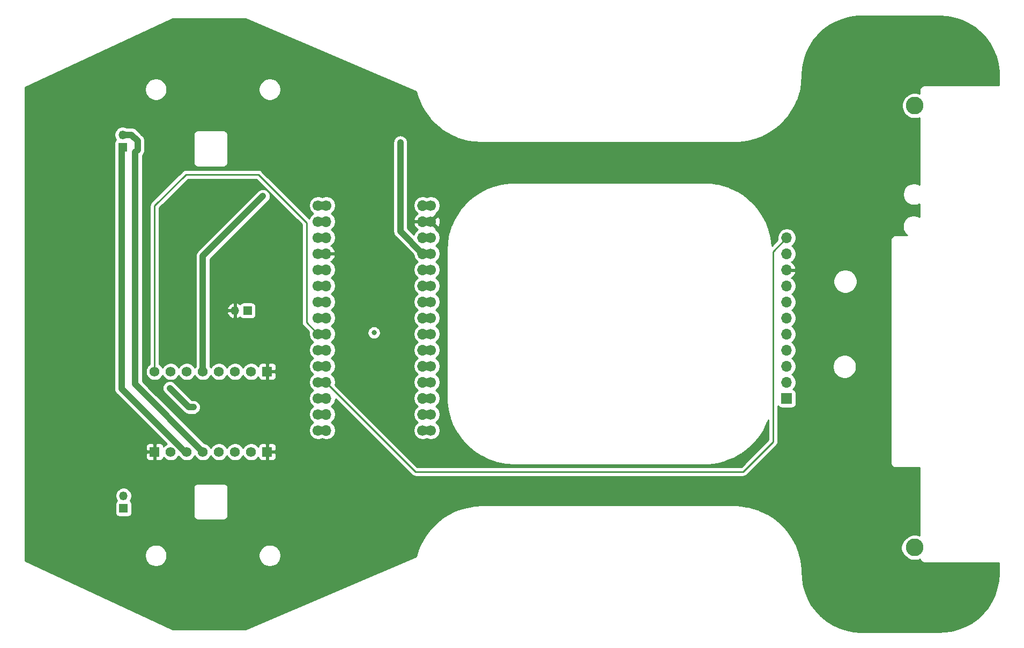
<source format=gbl>
G04 #@! TF.GenerationSoftware,KiCad,Pcbnew,(5.1.6)-1*
G04 #@! TF.CreationDate,2021-11-01T01:40:41-07:00*
G04 #@! TF.ProjectId,seguilineas,73656775-696c-4696-9e65-61732e6b6963,rev?*
G04 #@! TF.SameCoordinates,Original*
G04 #@! TF.FileFunction,Copper,L2,Bot*
G04 #@! TF.FilePolarity,Positive*
%FSLAX46Y46*%
G04 Gerber Fmt 4.6, Leading zero omitted, Abs format (unit mm)*
G04 Created by KiCad (PCBNEW (5.1.6)-1) date 2021-11-01 01:40:41*
%MOMM*%
%LPD*%
G01*
G04 APERTURE LIST*
G04 #@! TA.AperFunction,ComponentPad*
%ADD10C,1.700000*%
G04 #@! TD*
G04 #@! TA.AperFunction,ComponentPad*
%ADD11O,1.700000X1.700000*%
G04 #@! TD*
G04 #@! TA.AperFunction,ComponentPad*
%ADD12O,1.350000X1.350000*%
G04 #@! TD*
G04 #@! TA.AperFunction,ComponentPad*
%ADD13R,1.350000X1.350000*%
G04 #@! TD*
G04 #@! TA.AperFunction,ComponentPad*
%ADD14R,1.700000X1.700000*%
G04 #@! TD*
G04 #@! TA.AperFunction,ComponentPad*
%ADD15R,1.560000X1.560000*%
G04 #@! TD*
G04 #@! TA.AperFunction,ComponentPad*
%ADD16C,1.560000*%
G04 #@! TD*
G04 #@! TA.AperFunction,ComponentPad*
%ADD17C,2.800000*%
G04 #@! TD*
G04 #@! TA.AperFunction,ViaPad*
%ADD18C,0.800000*%
G04 #@! TD*
G04 #@! TA.AperFunction,Conductor*
%ADD19C,1.016000*%
G04 #@! TD*
G04 #@! TA.AperFunction,Conductor*
%ADD20C,0.250000*%
G04 #@! TD*
G04 #@! TA.AperFunction,Conductor*
%ADD21C,0.254000*%
G04 #@! TD*
G04 APERTURE END LIST*
D10*
X122480000Y-92540000D03*
X122480000Y-79840000D03*
D11*
X123750000Y-95080000D03*
D10*
X122480000Y-64600000D03*
D11*
X123750000Y-84920000D03*
X123750000Y-82380000D03*
D10*
X122480000Y-72220000D03*
X122480000Y-82380000D03*
X122480000Y-84920000D03*
X122480000Y-77300000D03*
X122480000Y-87460000D03*
D11*
X123750000Y-79840000D03*
X123750000Y-87460000D03*
X123750000Y-90000000D03*
D10*
X122480000Y-90000000D03*
D11*
X123750000Y-77300000D03*
X123750000Y-97620000D03*
X123750000Y-74760000D03*
X123750000Y-72220000D03*
X123750000Y-69680000D03*
X123750000Y-67140000D03*
D10*
X123750000Y-64600000D03*
D11*
X123750000Y-100160000D03*
X123750000Y-92540000D03*
D10*
X122480000Y-97620000D03*
X122480000Y-74760000D03*
X122480000Y-100160000D03*
X122480000Y-67140000D03*
X122480000Y-95080000D03*
X122480000Y-69680000D03*
X140260000Y-67140000D03*
X140260000Y-64600000D03*
X140260000Y-69680000D03*
X140260000Y-77300000D03*
X140260000Y-72220000D03*
X140260000Y-74760000D03*
X140260000Y-82380000D03*
X140260000Y-79840000D03*
X140260000Y-84920000D03*
X140260000Y-90000000D03*
X140260000Y-87460000D03*
X140260000Y-92540000D03*
X140260000Y-95080000D03*
X140260000Y-97620000D03*
X140260000Y-100160000D03*
X138990000Y-100160000D03*
D11*
X138990000Y-97620000D03*
X138990000Y-95080000D03*
X138990000Y-92540000D03*
X138990000Y-90000000D03*
X138990000Y-87460000D03*
X138990000Y-84920000D03*
X138990000Y-82380000D03*
X138990000Y-79840000D03*
X138990000Y-77300000D03*
X138990000Y-74760000D03*
X138990000Y-72220000D03*
X138990000Y-69680000D03*
X138990000Y-67140000D03*
X138990000Y-64600000D03*
D12*
X91600000Y-53420000D03*
D13*
X91600000Y-55420000D03*
X91750000Y-112500000D03*
D12*
X91750000Y-110500000D03*
D13*
X111330000Y-81230000D03*
D12*
X109330000Y-81230000D03*
D14*
X196480000Y-95120000D03*
D11*
X196480000Y-92580000D03*
X196480000Y-90040000D03*
X196480000Y-87500000D03*
X196480000Y-84960000D03*
X196480000Y-82420000D03*
X196480000Y-79880000D03*
X196480000Y-77340000D03*
X196480000Y-74800000D03*
X196480000Y-72260000D03*
X196480000Y-69720000D03*
D15*
X96660000Y-103560000D03*
D16*
X99200000Y-103560000D03*
X101740000Y-103560000D03*
X104280000Y-103560000D03*
X106820000Y-103560000D03*
X109360000Y-103560000D03*
X111900000Y-103560000D03*
D15*
X114440000Y-103560000D03*
X114440000Y-90860000D03*
D16*
X111900000Y-90860000D03*
X109360000Y-90860000D03*
X106820000Y-90860000D03*
X104280000Y-90860000D03*
X101740000Y-90860000D03*
X99200000Y-90860000D03*
X96660000Y-90860000D03*
D17*
X216690000Y-118690000D03*
X216690000Y-48840000D03*
D18*
X131300220Y-84709000D03*
X117630000Y-69190000D03*
X100000000Y-40000000D03*
X110000000Y-40000000D03*
X120000000Y-40000000D03*
X90000000Y-40000000D03*
X80000000Y-50000000D03*
X90000000Y-50000000D03*
X100000000Y-50000000D03*
X110000000Y-50000000D03*
X120000000Y-50000000D03*
X130000000Y-50000000D03*
X200000000Y-50000000D03*
X210000000Y-40000000D03*
X220000000Y-40000000D03*
X210000000Y-50000000D03*
X207700000Y-91590000D03*
X210000000Y-120000000D03*
X210000000Y-130000000D03*
X220000000Y-130000000D03*
X200000000Y-120000000D03*
X199979280Y-93807280D03*
X200000000Y-70000000D03*
X130000000Y-120000000D03*
X120000000Y-120000000D03*
X110000000Y-130000000D03*
X100000000Y-130000000D03*
X110000000Y-120000000D03*
X100000000Y-120000000D03*
X90000000Y-120000000D03*
X80000000Y-120000000D03*
X80000000Y-110000000D03*
X80000000Y-90000000D03*
X80000000Y-100000000D03*
X80000000Y-80000000D03*
X80000000Y-70000000D03*
X80000000Y-60000000D03*
X90000000Y-100000000D03*
X120000000Y-110000000D03*
X100000000Y-80000000D03*
X100000000Y-70000000D03*
X110000000Y-70000000D03*
X128376680Y-80914240D03*
X126243080Y-83365340D03*
X110517940Y-88155780D03*
X116654580Y-85394800D03*
X118930420Y-88524080D03*
X108689140Y-97815400D03*
X88117680Y-59783980D03*
X87924640Y-70279260D03*
X87924640Y-79415640D03*
X88117680Y-90109040D03*
X206040000Y-86260000D03*
X194340480Y-64559180D03*
X195961000Y-103819960D03*
X202801220Y-78640940D03*
X202879960Y-81277460D03*
X200045320Y-91277440D03*
X119519700Y-62042040D03*
X112890000Y-106370000D03*
X101620000Y-108940000D03*
X104470000Y-99520000D03*
X105700000Y-93810000D03*
X113490000Y-97900000D03*
X98850000Y-87590000D03*
X95270000Y-88130000D03*
X96940000Y-59230000D03*
X105860000Y-63380000D03*
X117040000Y-76570000D03*
X109880000Y-76820000D03*
X134260000Y-81550000D03*
X142770000Y-103340000D03*
X142650000Y-60930000D03*
X201390000Y-99640000D03*
X130110000Y-58450000D03*
X129800000Y-68480000D03*
X200630000Y-63730000D03*
X113758980Y-63154560D03*
X135469520Y-54640480D03*
X99060000Y-93470000D03*
X102770000Y-96490000D03*
D19*
X104280000Y-90860000D02*
X104280000Y-72633540D01*
X104280000Y-72633540D02*
X113758980Y-63154560D01*
X138990000Y-72220000D02*
X135469520Y-68699520D01*
X135469520Y-68699520D02*
X135469520Y-54640480D01*
X93580000Y-92860000D02*
X104280000Y-103560000D01*
X91600000Y-53420000D02*
X92980000Y-53420000D01*
X93990000Y-54430000D02*
X93990000Y-55790000D01*
X92980000Y-53420000D02*
X93990000Y-54430000D01*
X93990000Y-55790000D02*
X93580000Y-56200000D01*
X93580000Y-56200000D02*
X93580000Y-92860000D01*
X101600000Y-103757758D02*
X101600000Y-103700000D01*
X91440000Y-93597758D02*
X101600000Y-103757758D01*
X101600000Y-103700000D02*
X101740000Y-103560000D01*
X91600000Y-55420000D02*
X91440000Y-55580000D01*
X91440000Y-55580000D02*
X91440000Y-93597758D01*
X102080000Y-96490000D02*
X102770000Y-96490000D01*
X99060000Y-93470000D02*
X102080000Y-96490000D01*
D20*
X123750000Y-92607919D02*
X123750000Y-92540000D01*
X194310000Y-71890000D02*
X194310000Y-101978460D01*
X196480000Y-69720000D02*
X194310000Y-71890000D01*
X194310000Y-101978460D02*
X189608460Y-106680000D01*
X189608460Y-106680000D02*
X137822081Y-106680000D01*
X137822081Y-106680000D02*
X123750000Y-92607919D01*
X96660000Y-90860000D02*
X96660000Y-64630000D01*
X96660000Y-64630000D02*
X101600000Y-59690000D01*
X101600000Y-59690000D02*
X113030000Y-59690000D01*
X113030000Y-59690000D02*
X120650000Y-67310000D01*
X120650000Y-83090000D02*
X122480000Y-84920000D01*
X120650000Y-67310000D02*
X120650000Y-83090000D01*
D21*
G36*
X221859007Y-34758881D02*
G01*
X223001718Y-34976864D01*
X224108113Y-35336353D01*
X225160721Y-35831673D01*
X226142947Y-36455012D01*
X227039308Y-37196547D01*
X227835660Y-38044576D01*
X228519446Y-38985727D01*
X229079881Y-40005155D01*
X229508129Y-41086786D01*
X229797438Y-42213566D01*
X229944692Y-43379206D01*
X229962973Y-43960918D01*
X229962974Y-45609692D01*
X218234078Y-45609692D01*
X218197973Y-45606136D01*
X218161868Y-45609692D01*
X218053888Y-45620327D01*
X217915340Y-45662355D01*
X217787653Y-45730605D01*
X217675735Y-45822454D01*
X217583886Y-45934372D01*
X217515636Y-46062059D01*
X217473608Y-46200607D01*
X217459417Y-46344692D01*
X217462973Y-46380797D01*
X217462973Y-46957508D01*
X217283587Y-46883204D01*
X216890430Y-46805000D01*
X216489570Y-46805000D01*
X216096413Y-46883204D01*
X215726066Y-47036607D01*
X215392763Y-47259313D01*
X215109313Y-47542763D01*
X214886607Y-47876066D01*
X214733204Y-48246413D01*
X214655000Y-48639570D01*
X214655000Y-49040430D01*
X214733204Y-49433587D01*
X214886607Y-49803934D01*
X215109313Y-50137237D01*
X215392763Y-50420687D01*
X215726066Y-50643393D01*
X216096413Y-50796796D01*
X216489570Y-50875000D01*
X216890430Y-50875000D01*
X217283587Y-50796796D01*
X217462973Y-50722492D01*
X217462974Y-61309394D01*
X217397498Y-61265645D01*
X217076748Y-61132787D01*
X216736242Y-61065056D01*
X216389066Y-61065056D01*
X216048560Y-61132787D01*
X215727810Y-61265645D01*
X215439143Y-61458526D01*
X215193652Y-61704017D01*
X215000771Y-61992684D01*
X214867913Y-62313434D01*
X214800182Y-62653940D01*
X214800182Y-63001116D01*
X214867913Y-63341622D01*
X215000771Y-63662372D01*
X215193652Y-63951039D01*
X215439143Y-64196530D01*
X215727810Y-64389411D01*
X216048560Y-64522269D01*
X216389066Y-64590000D01*
X216736242Y-64590000D01*
X217076748Y-64522269D01*
X217397498Y-64389411D01*
X217462974Y-64345662D01*
X217462974Y-66405640D01*
X217373100Y-66345588D01*
X217052350Y-66212730D01*
X216711844Y-66144999D01*
X216364668Y-66144999D01*
X216024162Y-66212730D01*
X215703412Y-66345588D01*
X215414745Y-66538469D01*
X215169254Y-66783960D01*
X214976373Y-67072627D01*
X214843515Y-67393377D01*
X214775784Y-67733883D01*
X214775784Y-68081059D01*
X214843515Y-68421565D01*
X214976373Y-68742315D01*
X215169254Y-69030982D01*
X215414745Y-69276473D01*
X215487371Y-69325000D01*
X213646105Y-69325000D01*
X213610000Y-69321444D01*
X213573895Y-69325000D01*
X213465915Y-69335635D01*
X213327367Y-69377663D01*
X213199680Y-69445913D01*
X213087762Y-69537762D01*
X212995913Y-69649680D01*
X212927663Y-69777367D01*
X212885635Y-69915915D01*
X212871444Y-70060000D01*
X212875000Y-70096105D01*
X212875001Y-105308577D01*
X212871444Y-105344692D01*
X212885635Y-105488777D01*
X212927663Y-105627325D01*
X212995913Y-105755012D01*
X213087762Y-105866930D01*
X213199680Y-105958779D01*
X213327367Y-106027029D01*
X213465915Y-106069057D01*
X213573895Y-106079692D01*
X213610000Y-106083248D01*
X213646105Y-106079692D01*
X217462974Y-106079692D01*
X217462973Y-116807508D01*
X217283587Y-116733204D01*
X216890430Y-116655000D01*
X216489570Y-116655000D01*
X216096413Y-116733204D01*
X215726066Y-116886607D01*
X215392763Y-117109313D01*
X215182881Y-117319195D01*
X215155029Y-117337805D01*
X214909538Y-117583296D01*
X214716657Y-117871963D01*
X214583799Y-118192713D01*
X214516068Y-118533219D01*
X214516068Y-118880395D01*
X214583799Y-119220901D01*
X214716657Y-119541651D01*
X214909538Y-119830318D01*
X215155029Y-120075809D01*
X215284183Y-120162107D01*
X215392763Y-120270687D01*
X215726066Y-120493393D01*
X216096413Y-120646796D01*
X216489570Y-120725000D01*
X216890430Y-120725000D01*
X217283587Y-120646796D01*
X217494981Y-120559234D01*
X217515636Y-120627325D01*
X217583886Y-120755012D01*
X217675735Y-120866930D01*
X217773461Y-120947132D01*
X217787653Y-120958779D01*
X217915340Y-121027029D01*
X218053888Y-121069057D01*
X218197973Y-121083248D01*
X218234078Y-121079692D01*
X229962974Y-121079692D01*
X229962973Y-122716884D01*
X229888472Y-123901038D01*
X229670488Y-125043756D01*
X229311002Y-126150138D01*
X228815680Y-127202751D01*
X228192338Y-128184980D01*
X227450807Y-129081338D01*
X226602781Y-129877687D01*
X225661624Y-130561477D01*
X224642204Y-131121909D01*
X223560568Y-131550159D01*
X222433783Y-131839468D01*
X221268148Y-131986722D01*
X220686437Y-132005003D01*
X208221061Y-132005003D01*
X207036939Y-131930504D01*
X205894221Y-131712520D01*
X204787831Y-131353031D01*
X203735225Y-130857712D01*
X202752996Y-130234370D01*
X201856638Y-129492838D01*
X201060290Y-128644813D01*
X200376502Y-127703662D01*
X199816066Y-126684233D01*
X199387818Y-125602600D01*
X199098508Y-124475814D01*
X198951254Y-123310179D01*
X198932610Y-122716917D01*
X198912877Y-122089012D01*
X198909618Y-122054537D01*
X198907444Y-122019979D01*
X198750050Y-120774072D01*
X198746414Y-120755011D01*
X198732755Y-120683404D01*
X198420447Y-119467047D01*
X198403419Y-119414641D01*
X198391924Y-119379263D01*
X197929630Y-118211640D01*
X197890329Y-118128122D01*
X197285337Y-117027647D01*
X197243342Y-116961473D01*
X197235880Y-116949714D01*
X196497732Y-115933742D01*
X196438897Y-115862622D01*
X195579236Y-114947176D01*
X195550729Y-114920406D01*
X195511951Y-114883991D01*
X194544333Y-114083507D01*
X194469659Y-114029253D01*
X193409343Y-113356356D01*
X193328458Y-113311889D01*
X192192167Y-112777191D01*
X192122514Y-112749614D01*
X192106347Y-112743213D01*
X190912000Y-112355145D01*
X190822597Y-112332191D01*
X189589030Y-112096876D01*
X189587083Y-112096630D01*
X189497456Y-112085307D01*
X188257070Y-112007268D01*
X188234078Y-112005004D01*
X148276698Y-112005004D01*
X148258471Y-112006799D01*
X147282740Y-112055389D01*
X147241635Y-112060037D01*
X147200495Y-112064144D01*
X145961198Y-112267126D01*
X145871226Y-112287735D01*
X144667141Y-112644442D01*
X144580461Y-112676165D01*
X143430578Y-113180971D01*
X143367192Y-113213690D01*
X143348559Y-113223308D01*
X142271012Y-113868252D01*
X142247227Y-113884600D01*
X142194944Y-113920535D01*
X141206728Y-114695446D01*
X141137813Y-114756850D01*
X140254511Y-115649507D01*
X140193836Y-115719065D01*
X139429378Y-116715389D01*
X139388278Y-116776558D01*
X139377900Y-116792003D01*
X138744342Y-117876284D01*
X138702871Y-117958745D01*
X138210206Y-119113882D01*
X138197553Y-119149618D01*
X138179398Y-119200891D01*
X137931238Y-120072167D01*
X110999194Y-131609692D01*
X99502404Y-131609692D01*
X76215000Y-120790412D01*
X76215000Y-119785159D01*
X95084894Y-119785159D01*
X95084894Y-120132335D01*
X95152625Y-120472841D01*
X95285483Y-120793591D01*
X95478364Y-121082258D01*
X95723855Y-121327749D01*
X96012522Y-121520630D01*
X96333272Y-121653488D01*
X96673778Y-121721219D01*
X97020954Y-121721219D01*
X97361460Y-121653488D01*
X97682210Y-121520630D01*
X97970877Y-121327749D01*
X98216368Y-121082258D01*
X98409249Y-120793591D01*
X98542107Y-120472841D01*
X98609838Y-120132335D01*
X98609838Y-119785159D01*
X113084894Y-119785159D01*
X113084894Y-120132335D01*
X113152625Y-120472841D01*
X113285483Y-120793591D01*
X113478364Y-121082258D01*
X113723855Y-121327749D01*
X114012522Y-121520630D01*
X114333272Y-121653488D01*
X114673778Y-121721219D01*
X115020954Y-121721219D01*
X115361460Y-121653488D01*
X115682210Y-121520630D01*
X115970877Y-121327749D01*
X116216368Y-121082258D01*
X116409249Y-120793591D01*
X116542107Y-120472841D01*
X116609838Y-120132335D01*
X116609838Y-119785159D01*
X116542107Y-119444653D01*
X116409249Y-119123903D01*
X116216368Y-118835236D01*
X115970877Y-118589745D01*
X115682210Y-118396864D01*
X115361460Y-118264006D01*
X115020954Y-118196275D01*
X114673778Y-118196275D01*
X114333272Y-118264006D01*
X114012522Y-118396864D01*
X113723855Y-118589745D01*
X113478364Y-118835236D01*
X113285483Y-119123903D01*
X113152625Y-119444653D01*
X113084894Y-119785159D01*
X98609838Y-119785159D01*
X98542107Y-119444653D01*
X98409249Y-119123903D01*
X98216368Y-118835236D01*
X97970877Y-118589745D01*
X97682210Y-118396864D01*
X97361460Y-118264006D01*
X97020954Y-118196275D01*
X96673778Y-118196275D01*
X96333272Y-118264006D01*
X96012522Y-118396864D01*
X95723855Y-118589745D01*
X95478364Y-118835236D01*
X95285483Y-119123903D01*
X95152625Y-119444653D01*
X95084894Y-119785159D01*
X76215000Y-119785159D01*
X76215000Y-111825000D01*
X90436928Y-111825000D01*
X90436928Y-113175000D01*
X90449188Y-113299482D01*
X90485498Y-113419180D01*
X90544463Y-113529494D01*
X90623815Y-113626185D01*
X90720506Y-113705537D01*
X90830820Y-113764502D01*
X90950518Y-113800812D01*
X91075000Y-113813072D01*
X92425000Y-113813072D01*
X92549482Y-113800812D01*
X92669180Y-113764502D01*
X92779494Y-113705537D01*
X92876185Y-113626185D01*
X92955537Y-113529494D01*
X93014502Y-113419180D01*
X93050812Y-113299482D01*
X93063072Y-113175000D01*
X93063072Y-111825000D01*
X93050812Y-111700518D01*
X93014502Y-111580820D01*
X92955537Y-111470506D01*
X92876185Y-111373815D01*
X92789303Y-111302513D01*
X92910907Y-111120518D01*
X93009658Y-110882113D01*
X93060000Y-110629024D01*
X93060000Y-110370976D01*
X93009658Y-110117887D01*
X92910907Y-109879482D01*
X92767544Y-109664923D01*
X92585077Y-109482456D01*
X92370518Y-109339093D01*
X92155430Y-109250000D01*
X102786565Y-109250000D01*
X102790001Y-109284887D01*
X102790000Y-113585123D01*
X102786565Y-113620000D01*
X102800273Y-113759184D01*
X102840872Y-113893020D01*
X102906800Y-114016363D01*
X102995525Y-114124475D01*
X103100435Y-114210572D01*
X103103637Y-114213200D01*
X103226980Y-114279128D01*
X103360816Y-114319727D01*
X103500000Y-114333435D01*
X103534877Y-114330000D01*
X107485123Y-114330000D01*
X107520000Y-114333435D01*
X107554877Y-114330000D01*
X107659184Y-114319727D01*
X107793020Y-114279128D01*
X107916363Y-114213200D01*
X108024475Y-114124475D01*
X108113200Y-114016363D01*
X108179128Y-113893020D01*
X108219727Y-113759184D01*
X108233435Y-113620000D01*
X108230000Y-113585123D01*
X108230000Y-109284877D01*
X108233435Y-109250000D01*
X108219727Y-109110816D01*
X108179128Y-108976980D01*
X108113200Y-108853637D01*
X108024475Y-108745525D01*
X107916363Y-108656800D01*
X107793020Y-108590872D01*
X107659184Y-108550273D01*
X107554877Y-108540000D01*
X107520000Y-108536565D01*
X107485123Y-108540000D01*
X103534877Y-108540000D01*
X103500000Y-108536565D01*
X103465123Y-108540000D01*
X103360816Y-108550273D01*
X103226980Y-108590872D01*
X103103637Y-108656800D01*
X102995525Y-108745525D01*
X102906800Y-108853637D01*
X102840872Y-108976980D01*
X102800273Y-109110816D01*
X102786565Y-109250000D01*
X92155430Y-109250000D01*
X92132113Y-109240342D01*
X91879024Y-109190000D01*
X91620976Y-109190000D01*
X91367887Y-109240342D01*
X91129482Y-109339093D01*
X90914923Y-109482456D01*
X90732456Y-109664923D01*
X90589093Y-109879482D01*
X90490342Y-110117887D01*
X90440000Y-110370976D01*
X90440000Y-110629024D01*
X90490342Y-110882113D01*
X90589093Y-111120518D01*
X90710697Y-111302513D01*
X90623815Y-111373815D01*
X90544463Y-111470506D01*
X90485498Y-111580820D01*
X90449188Y-111700518D01*
X90436928Y-111825000D01*
X76215000Y-111825000D01*
X76215000Y-104340000D01*
X95241928Y-104340000D01*
X95254188Y-104464482D01*
X95290498Y-104584180D01*
X95349463Y-104694494D01*
X95428815Y-104791185D01*
X95525506Y-104870537D01*
X95635820Y-104929502D01*
X95755518Y-104965812D01*
X95880000Y-104978072D01*
X96374250Y-104975000D01*
X96533000Y-104816250D01*
X96533000Y-103687000D01*
X95403750Y-103687000D01*
X95245000Y-103845750D01*
X95241928Y-104340000D01*
X76215000Y-104340000D01*
X76215000Y-102780000D01*
X95241928Y-102780000D01*
X95245000Y-103274250D01*
X95403750Y-103433000D01*
X96533000Y-103433000D01*
X96533000Y-102303750D01*
X96374250Y-102145000D01*
X95880000Y-102141928D01*
X95755518Y-102154188D01*
X95635820Y-102190498D01*
X95525506Y-102249463D01*
X95428815Y-102328815D01*
X95349463Y-102425506D01*
X95290498Y-102535820D01*
X95254188Y-102655518D01*
X95241928Y-102780000D01*
X76215000Y-102780000D01*
X76215000Y-54745000D01*
X90286928Y-54745000D01*
X90286928Y-56095000D01*
X90297000Y-56197266D01*
X90297001Y-93541609D01*
X90291471Y-93597758D01*
X90313539Y-93821825D01*
X90357861Y-93967932D01*
X90378898Y-94037281D01*
X90485033Y-94235847D01*
X90513062Y-94270000D01*
X90565760Y-94334212D01*
X90627868Y-94409891D01*
X90671478Y-94445681D01*
X98531226Y-102305430D01*
X98529746Y-102306043D01*
X98297990Y-102460897D01*
X98100897Y-102657990D01*
X98070531Y-102703436D01*
X98065812Y-102655518D01*
X98029502Y-102535820D01*
X97970537Y-102425506D01*
X97891185Y-102328815D01*
X97794494Y-102249463D01*
X97684180Y-102190498D01*
X97564482Y-102154188D01*
X97440000Y-102141928D01*
X96945750Y-102145000D01*
X96787000Y-102303750D01*
X96787000Y-103433000D01*
X96807000Y-103433000D01*
X96807000Y-103687000D01*
X96787000Y-103687000D01*
X96787000Y-104816250D01*
X96945750Y-104975000D01*
X97440000Y-104978072D01*
X97564482Y-104965812D01*
X97684180Y-104929502D01*
X97794494Y-104870537D01*
X97891185Y-104791185D01*
X97970537Y-104694494D01*
X98029502Y-104584180D01*
X98065812Y-104464482D01*
X98070531Y-104416564D01*
X98100897Y-104462010D01*
X98297990Y-104659103D01*
X98529746Y-104813957D01*
X98787260Y-104920623D01*
X99060635Y-104975000D01*
X99339365Y-104975000D01*
X99612740Y-104920623D01*
X99870254Y-104813957D01*
X100102010Y-104659103D01*
X100299103Y-104462010D01*
X100453957Y-104230254D01*
X100454570Y-104228774D01*
X100546438Y-104320642D01*
X100640897Y-104462010D01*
X100837990Y-104659103D01*
X101069746Y-104813957D01*
X101327260Y-104920623D01*
X101600635Y-104975000D01*
X101879365Y-104975000D01*
X102152740Y-104920623D01*
X102410254Y-104813957D01*
X102642010Y-104659103D01*
X102839103Y-104462010D01*
X102993957Y-104230254D01*
X103010000Y-104191523D01*
X103026043Y-104230254D01*
X103180897Y-104462010D01*
X103377990Y-104659103D01*
X103609746Y-104813957D01*
X103867260Y-104920623D01*
X104140635Y-104975000D01*
X104419365Y-104975000D01*
X104692740Y-104920623D01*
X104950254Y-104813957D01*
X105182010Y-104659103D01*
X105379103Y-104462010D01*
X105533957Y-104230254D01*
X105550000Y-104191523D01*
X105566043Y-104230254D01*
X105720897Y-104462010D01*
X105917990Y-104659103D01*
X106149746Y-104813957D01*
X106407260Y-104920623D01*
X106680635Y-104975000D01*
X106959365Y-104975000D01*
X107232740Y-104920623D01*
X107490254Y-104813957D01*
X107722010Y-104659103D01*
X107919103Y-104462010D01*
X108073957Y-104230254D01*
X108090000Y-104191523D01*
X108106043Y-104230254D01*
X108260897Y-104462010D01*
X108457990Y-104659103D01*
X108689746Y-104813957D01*
X108947260Y-104920623D01*
X109220635Y-104975000D01*
X109499365Y-104975000D01*
X109772740Y-104920623D01*
X110030254Y-104813957D01*
X110262010Y-104659103D01*
X110459103Y-104462010D01*
X110613957Y-104230254D01*
X110630000Y-104191523D01*
X110646043Y-104230254D01*
X110800897Y-104462010D01*
X110997990Y-104659103D01*
X111229746Y-104813957D01*
X111487260Y-104920623D01*
X111760635Y-104975000D01*
X112039365Y-104975000D01*
X112312740Y-104920623D01*
X112570254Y-104813957D01*
X112802010Y-104659103D01*
X112999103Y-104462010D01*
X113029469Y-104416564D01*
X113034188Y-104464482D01*
X113070498Y-104584180D01*
X113129463Y-104694494D01*
X113208815Y-104791185D01*
X113305506Y-104870537D01*
X113415820Y-104929502D01*
X113535518Y-104965812D01*
X113660000Y-104978072D01*
X114154250Y-104975000D01*
X114313000Y-104816250D01*
X114313000Y-103687000D01*
X114567000Y-103687000D01*
X114567000Y-104816250D01*
X114725750Y-104975000D01*
X115220000Y-104978072D01*
X115344482Y-104965812D01*
X115464180Y-104929502D01*
X115574494Y-104870537D01*
X115671185Y-104791185D01*
X115750537Y-104694494D01*
X115809502Y-104584180D01*
X115845812Y-104464482D01*
X115858072Y-104340000D01*
X115855000Y-103845750D01*
X115696250Y-103687000D01*
X114567000Y-103687000D01*
X114313000Y-103687000D01*
X114293000Y-103687000D01*
X114293000Y-103433000D01*
X114313000Y-103433000D01*
X114313000Y-102303750D01*
X114567000Y-102303750D01*
X114567000Y-103433000D01*
X115696250Y-103433000D01*
X115855000Y-103274250D01*
X115858072Y-102780000D01*
X115845812Y-102655518D01*
X115809502Y-102535820D01*
X115750537Y-102425506D01*
X115671185Y-102328815D01*
X115574494Y-102249463D01*
X115464180Y-102190498D01*
X115344482Y-102154188D01*
X115220000Y-102141928D01*
X114725750Y-102145000D01*
X114567000Y-102303750D01*
X114313000Y-102303750D01*
X114154250Y-102145000D01*
X113660000Y-102141928D01*
X113535518Y-102154188D01*
X113415820Y-102190498D01*
X113305506Y-102249463D01*
X113208815Y-102328815D01*
X113129463Y-102425506D01*
X113070498Y-102535820D01*
X113034188Y-102655518D01*
X113029469Y-102703436D01*
X112999103Y-102657990D01*
X112802010Y-102460897D01*
X112570254Y-102306043D01*
X112312740Y-102199377D01*
X112039365Y-102145000D01*
X111760635Y-102145000D01*
X111487260Y-102199377D01*
X111229746Y-102306043D01*
X110997990Y-102460897D01*
X110800897Y-102657990D01*
X110646043Y-102889746D01*
X110630000Y-102928477D01*
X110613957Y-102889746D01*
X110459103Y-102657990D01*
X110262010Y-102460897D01*
X110030254Y-102306043D01*
X109772740Y-102199377D01*
X109499365Y-102145000D01*
X109220635Y-102145000D01*
X108947260Y-102199377D01*
X108689746Y-102306043D01*
X108457990Y-102460897D01*
X108260897Y-102657990D01*
X108106043Y-102889746D01*
X108090000Y-102928477D01*
X108073957Y-102889746D01*
X107919103Y-102657990D01*
X107722010Y-102460897D01*
X107490254Y-102306043D01*
X107232740Y-102199377D01*
X106959365Y-102145000D01*
X106680635Y-102145000D01*
X106407260Y-102199377D01*
X106149746Y-102306043D01*
X105917990Y-102460897D01*
X105720897Y-102657990D01*
X105566043Y-102889746D01*
X105550000Y-102928477D01*
X105533957Y-102889746D01*
X105379103Y-102657990D01*
X105182010Y-102460897D01*
X104950254Y-102306043D01*
X104692740Y-102199377D01*
X104496861Y-102160415D01*
X95806446Y-93470000D01*
X97911471Y-93470000D01*
X97933539Y-93694067D01*
X97998898Y-93909523D01*
X98105033Y-94108088D01*
X98212076Y-94238521D01*
X101232077Y-97258523D01*
X101267867Y-97302133D01*
X101441911Y-97444968D01*
X101640477Y-97551103D01*
X101749023Y-97584030D01*
X101855932Y-97616461D01*
X101876517Y-97618488D01*
X102023854Y-97633000D01*
X102023861Y-97633000D01*
X102080000Y-97638529D01*
X102136139Y-97633000D01*
X102826146Y-97633000D01*
X102994067Y-97616461D01*
X103209523Y-97551103D01*
X103408089Y-97444968D01*
X103582133Y-97302133D01*
X103724968Y-97128089D01*
X103831103Y-96929523D01*
X103896461Y-96714067D01*
X103918530Y-96490000D01*
X103896461Y-96265933D01*
X103831103Y-96050477D01*
X103724968Y-95851911D01*
X103582133Y-95677867D01*
X103408089Y-95535032D01*
X103209523Y-95428897D01*
X102994067Y-95363539D01*
X102826146Y-95347000D01*
X102553446Y-95347000D01*
X99828521Y-92622076D01*
X99698088Y-92515033D01*
X99499523Y-92408898D01*
X99284067Y-92343539D01*
X99060000Y-92321471D01*
X98835933Y-92343539D01*
X98620477Y-92408898D01*
X98421912Y-92515033D01*
X98247867Y-92657867D01*
X98105033Y-92831912D01*
X97998898Y-93030477D01*
X97933539Y-93245933D01*
X97911471Y-93470000D01*
X95806446Y-93470000D01*
X94723000Y-92386555D01*
X94723000Y-90720635D01*
X95245000Y-90720635D01*
X95245000Y-90999365D01*
X95299377Y-91272740D01*
X95406043Y-91530254D01*
X95560897Y-91762010D01*
X95757990Y-91959103D01*
X95989746Y-92113957D01*
X96247260Y-92220623D01*
X96520635Y-92275000D01*
X96799365Y-92275000D01*
X97072740Y-92220623D01*
X97330254Y-92113957D01*
X97562010Y-91959103D01*
X97759103Y-91762010D01*
X97913957Y-91530254D01*
X97930000Y-91491523D01*
X97946043Y-91530254D01*
X98100897Y-91762010D01*
X98297990Y-91959103D01*
X98529746Y-92113957D01*
X98787260Y-92220623D01*
X99060635Y-92275000D01*
X99339365Y-92275000D01*
X99612740Y-92220623D01*
X99870254Y-92113957D01*
X100102010Y-91959103D01*
X100299103Y-91762010D01*
X100453957Y-91530254D01*
X100470000Y-91491523D01*
X100486043Y-91530254D01*
X100640897Y-91762010D01*
X100837990Y-91959103D01*
X101069746Y-92113957D01*
X101327260Y-92220623D01*
X101600635Y-92275000D01*
X101879365Y-92275000D01*
X102152740Y-92220623D01*
X102410254Y-92113957D01*
X102642010Y-91959103D01*
X102839103Y-91762010D01*
X102993957Y-91530254D01*
X103010000Y-91491523D01*
X103026043Y-91530254D01*
X103180897Y-91762010D01*
X103377990Y-91959103D01*
X103609746Y-92113957D01*
X103867260Y-92220623D01*
X104140635Y-92275000D01*
X104419365Y-92275000D01*
X104692740Y-92220623D01*
X104950254Y-92113957D01*
X105182010Y-91959103D01*
X105379103Y-91762010D01*
X105533957Y-91530254D01*
X105550000Y-91491523D01*
X105566043Y-91530254D01*
X105720897Y-91762010D01*
X105917990Y-91959103D01*
X106149746Y-92113957D01*
X106407260Y-92220623D01*
X106680635Y-92275000D01*
X106959365Y-92275000D01*
X107232740Y-92220623D01*
X107490254Y-92113957D01*
X107722010Y-91959103D01*
X107919103Y-91762010D01*
X108073957Y-91530254D01*
X108090000Y-91491523D01*
X108106043Y-91530254D01*
X108260897Y-91762010D01*
X108457990Y-91959103D01*
X108689746Y-92113957D01*
X108947260Y-92220623D01*
X109220635Y-92275000D01*
X109499365Y-92275000D01*
X109772740Y-92220623D01*
X110030254Y-92113957D01*
X110262010Y-91959103D01*
X110459103Y-91762010D01*
X110613957Y-91530254D01*
X110630000Y-91491523D01*
X110646043Y-91530254D01*
X110800897Y-91762010D01*
X110997990Y-91959103D01*
X111229746Y-92113957D01*
X111487260Y-92220623D01*
X111760635Y-92275000D01*
X112039365Y-92275000D01*
X112312740Y-92220623D01*
X112570254Y-92113957D01*
X112802010Y-91959103D01*
X112999103Y-91762010D01*
X113029469Y-91716564D01*
X113034188Y-91764482D01*
X113070498Y-91884180D01*
X113129463Y-91994494D01*
X113208815Y-92091185D01*
X113305506Y-92170537D01*
X113415820Y-92229502D01*
X113535518Y-92265812D01*
X113660000Y-92278072D01*
X114154250Y-92275000D01*
X114313000Y-92116250D01*
X114313000Y-90987000D01*
X114567000Y-90987000D01*
X114567000Y-92116250D01*
X114725750Y-92275000D01*
X115220000Y-92278072D01*
X115344482Y-92265812D01*
X115464180Y-92229502D01*
X115574494Y-92170537D01*
X115671185Y-92091185D01*
X115750537Y-91994494D01*
X115809502Y-91884180D01*
X115845812Y-91764482D01*
X115858072Y-91640000D01*
X115855000Y-91145750D01*
X115696250Y-90987000D01*
X114567000Y-90987000D01*
X114313000Y-90987000D01*
X114293000Y-90987000D01*
X114293000Y-90733000D01*
X114313000Y-90733000D01*
X114313000Y-89603750D01*
X114567000Y-89603750D01*
X114567000Y-90733000D01*
X115696250Y-90733000D01*
X115855000Y-90574250D01*
X115858072Y-90080000D01*
X115845812Y-89955518D01*
X115809502Y-89835820D01*
X115750537Y-89725506D01*
X115671185Y-89628815D01*
X115574494Y-89549463D01*
X115464180Y-89490498D01*
X115344482Y-89454188D01*
X115220000Y-89441928D01*
X114725750Y-89445000D01*
X114567000Y-89603750D01*
X114313000Y-89603750D01*
X114154250Y-89445000D01*
X113660000Y-89441928D01*
X113535518Y-89454188D01*
X113415820Y-89490498D01*
X113305506Y-89549463D01*
X113208815Y-89628815D01*
X113129463Y-89725506D01*
X113070498Y-89835820D01*
X113034188Y-89955518D01*
X113029469Y-90003436D01*
X112999103Y-89957990D01*
X112802010Y-89760897D01*
X112570254Y-89606043D01*
X112312740Y-89499377D01*
X112039365Y-89445000D01*
X111760635Y-89445000D01*
X111487260Y-89499377D01*
X111229746Y-89606043D01*
X110997990Y-89760897D01*
X110800897Y-89957990D01*
X110646043Y-90189746D01*
X110630000Y-90228477D01*
X110613957Y-90189746D01*
X110459103Y-89957990D01*
X110262010Y-89760897D01*
X110030254Y-89606043D01*
X109772740Y-89499377D01*
X109499365Y-89445000D01*
X109220635Y-89445000D01*
X108947260Y-89499377D01*
X108689746Y-89606043D01*
X108457990Y-89760897D01*
X108260897Y-89957990D01*
X108106043Y-90189746D01*
X108090000Y-90228477D01*
X108073957Y-90189746D01*
X107919103Y-89957990D01*
X107722010Y-89760897D01*
X107490254Y-89606043D01*
X107232740Y-89499377D01*
X106959365Y-89445000D01*
X106680635Y-89445000D01*
X106407260Y-89499377D01*
X106149746Y-89606043D01*
X105917990Y-89760897D01*
X105720897Y-89957990D01*
X105566043Y-90189746D01*
X105550000Y-90228477D01*
X105533957Y-90189746D01*
X105423000Y-90023687D01*
X105423000Y-81559401D01*
X108062085Y-81559401D01*
X108150711Y-81800430D01*
X108284656Y-82019537D01*
X108458773Y-82208303D01*
X108666371Y-82359473D01*
X108899472Y-82467238D01*
X109000600Y-82497910D01*
X109203000Y-82374224D01*
X109203000Y-81357000D01*
X108184915Y-81357000D01*
X108062085Y-81559401D01*
X105423000Y-81559401D01*
X105423000Y-80900599D01*
X108062085Y-80900599D01*
X108184915Y-81103000D01*
X109203000Y-81103000D01*
X109203000Y-80085776D01*
X109457000Y-80085776D01*
X109457000Y-81103000D01*
X109477000Y-81103000D01*
X109477000Y-81357000D01*
X109457000Y-81357000D01*
X109457000Y-82374224D01*
X109659400Y-82497910D01*
X109760528Y-82467238D01*
X109993629Y-82359473D01*
X110126881Y-82262441D01*
X110203815Y-82356185D01*
X110300506Y-82435537D01*
X110410820Y-82494502D01*
X110530518Y-82530812D01*
X110655000Y-82543072D01*
X112005000Y-82543072D01*
X112129482Y-82530812D01*
X112249180Y-82494502D01*
X112359494Y-82435537D01*
X112456185Y-82356185D01*
X112535537Y-82259494D01*
X112594502Y-82149180D01*
X112630812Y-82029482D01*
X112643072Y-81905000D01*
X112643072Y-80555000D01*
X112630812Y-80430518D01*
X112594502Y-80310820D01*
X112535537Y-80200506D01*
X112456185Y-80103815D01*
X112359494Y-80024463D01*
X112249180Y-79965498D01*
X112129482Y-79929188D01*
X112005000Y-79916928D01*
X110655000Y-79916928D01*
X110530518Y-79929188D01*
X110410820Y-79965498D01*
X110300506Y-80024463D01*
X110203815Y-80103815D01*
X110126881Y-80197559D01*
X109993629Y-80100527D01*
X109760528Y-79992762D01*
X109659400Y-79962090D01*
X109457000Y-80085776D01*
X109203000Y-80085776D01*
X109000600Y-79962090D01*
X108899472Y-79992762D01*
X108666371Y-80100527D01*
X108458773Y-80251697D01*
X108284656Y-80440463D01*
X108150711Y-80659570D01*
X108062085Y-80900599D01*
X105423000Y-80900599D01*
X105423000Y-73106985D01*
X114606904Y-63923082D01*
X114713947Y-63792649D01*
X114820082Y-63594084D01*
X114885441Y-63378628D01*
X114907509Y-63154561D01*
X114885441Y-62930493D01*
X114820082Y-62715037D01*
X114713947Y-62516472D01*
X114571113Y-62342427D01*
X114397068Y-62199593D01*
X114198503Y-62093458D01*
X113983047Y-62028099D01*
X113758979Y-62006031D01*
X113534912Y-62028099D01*
X113319456Y-62093458D01*
X113120891Y-62199593D01*
X112990458Y-62306636D01*
X103511478Y-71785617D01*
X103467868Y-71821407D01*
X103325033Y-71995451D01*
X103267642Y-72102823D01*
X103218898Y-72194017D01*
X103153539Y-72409473D01*
X103131471Y-72633540D01*
X103137001Y-72689689D01*
X103137000Y-90023687D01*
X103026043Y-90189746D01*
X103010000Y-90228477D01*
X102993957Y-90189746D01*
X102839103Y-89957990D01*
X102642010Y-89760897D01*
X102410254Y-89606043D01*
X102152740Y-89499377D01*
X101879365Y-89445000D01*
X101600635Y-89445000D01*
X101327260Y-89499377D01*
X101069746Y-89606043D01*
X100837990Y-89760897D01*
X100640897Y-89957990D01*
X100486043Y-90189746D01*
X100470000Y-90228477D01*
X100453957Y-90189746D01*
X100299103Y-89957990D01*
X100102010Y-89760897D01*
X99870254Y-89606043D01*
X99612740Y-89499377D01*
X99339365Y-89445000D01*
X99060635Y-89445000D01*
X98787260Y-89499377D01*
X98529746Y-89606043D01*
X98297990Y-89760897D01*
X98100897Y-89957990D01*
X97946043Y-90189746D01*
X97930000Y-90228477D01*
X97913957Y-90189746D01*
X97759103Y-89957990D01*
X97562010Y-89760897D01*
X97420000Y-89666009D01*
X97420000Y-64944801D01*
X101914802Y-60450000D01*
X112715199Y-60450000D01*
X119890000Y-67624802D01*
X119890001Y-83052667D01*
X119886324Y-83090000D01*
X119900998Y-83238985D01*
X119944454Y-83382246D01*
X120015026Y-83514276D01*
X120063610Y-83573475D01*
X120110000Y-83630001D01*
X120138998Y-83653799D01*
X121038790Y-84553592D01*
X120995000Y-84773740D01*
X120995000Y-85066260D01*
X121052068Y-85353158D01*
X121164010Y-85623411D01*
X121326525Y-85866632D01*
X121533368Y-86073475D01*
X121707760Y-86190000D01*
X121533368Y-86306525D01*
X121326525Y-86513368D01*
X121164010Y-86756589D01*
X121052068Y-87026842D01*
X120995000Y-87313740D01*
X120995000Y-87606260D01*
X121052068Y-87893158D01*
X121164010Y-88163411D01*
X121326525Y-88406632D01*
X121533368Y-88613475D01*
X121707760Y-88730000D01*
X121533368Y-88846525D01*
X121326525Y-89053368D01*
X121164010Y-89296589D01*
X121052068Y-89566842D01*
X120995000Y-89853740D01*
X120995000Y-90146260D01*
X121052068Y-90433158D01*
X121164010Y-90703411D01*
X121326525Y-90946632D01*
X121533368Y-91153475D01*
X121707760Y-91270000D01*
X121533368Y-91386525D01*
X121326525Y-91593368D01*
X121164010Y-91836589D01*
X121052068Y-92106842D01*
X120995000Y-92393740D01*
X120995000Y-92686260D01*
X121052068Y-92973158D01*
X121164010Y-93243411D01*
X121326525Y-93486632D01*
X121533368Y-93693475D01*
X121707760Y-93810000D01*
X121533368Y-93926525D01*
X121326525Y-94133368D01*
X121164010Y-94376589D01*
X121052068Y-94646842D01*
X120995000Y-94933740D01*
X120995000Y-95226260D01*
X121052068Y-95513158D01*
X121164010Y-95783411D01*
X121326525Y-96026632D01*
X121533368Y-96233475D01*
X121707760Y-96350000D01*
X121533368Y-96466525D01*
X121326525Y-96673368D01*
X121164010Y-96916589D01*
X121052068Y-97186842D01*
X120995000Y-97473740D01*
X120995000Y-97766260D01*
X121052068Y-98053158D01*
X121164010Y-98323411D01*
X121326525Y-98566632D01*
X121533368Y-98773475D01*
X121707760Y-98890000D01*
X121533368Y-99006525D01*
X121326525Y-99213368D01*
X121164010Y-99456589D01*
X121052068Y-99726842D01*
X120995000Y-100013740D01*
X120995000Y-100306260D01*
X121052068Y-100593158D01*
X121164010Y-100863411D01*
X121326525Y-101106632D01*
X121533368Y-101313475D01*
X121776589Y-101475990D01*
X122046842Y-101587932D01*
X122333740Y-101645000D01*
X122626260Y-101645000D01*
X122913158Y-101587932D01*
X123115000Y-101504327D01*
X123316842Y-101587932D01*
X123603740Y-101645000D01*
X123896260Y-101645000D01*
X124183158Y-101587932D01*
X124453411Y-101475990D01*
X124696632Y-101313475D01*
X124903475Y-101106632D01*
X125065990Y-100863411D01*
X125177932Y-100593158D01*
X125235000Y-100306260D01*
X125235000Y-100013740D01*
X125177932Y-99726842D01*
X125065990Y-99456589D01*
X124903475Y-99213368D01*
X124696632Y-99006525D01*
X124522240Y-98890000D01*
X124696632Y-98773475D01*
X124903475Y-98566632D01*
X125065990Y-98323411D01*
X125177932Y-98053158D01*
X125235000Y-97766260D01*
X125235000Y-97473740D01*
X125177932Y-97186842D01*
X125065990Y-96916589D01*
X124903475Y-96673368D01*
X124696632Y-96466525D01*
X124522240Y-96350000D01*
X124696632Y-96233475D01*
X124903475Y-96026632D01*
X125065990Y-95783411D01*
X125177932Y-95513158D01*
X125235000Y-95226260D01*
X125235000Y-95167720D01*
X137258282Y-107191003D01*
X137282080Y-107220001D01*
X137397805Y-107314974D01*
X137529834Y-107385546D01*
X137673095Y-107429003D01*
X137784748Y-107440000D01*
X137784758Y-107440000D01*
X137822081Y-107443676D01*
X137859404Y-107440000D01*
X189571138Y-107440000D01*
X189608460Y-107443676D01*
X189645782Y-107440000D01*
X189645793Y-107440000D01*
X189757446Y-107429003D01*
X189900707Y-107385546D01*
X190032736Y-107314974D01*
X190148461Y-107220001D01*
X190172264Y-107190997D01*
X194821003Y-102542259D01*
X194850001Y-102518461D01*
X194944974Y-102402736D01*
X195015546Y-102270707D01*
X195059003Y-102127446D01*
X195070000Y-102015793D01*
X195070000Y-102015785D01*
X195073676Y-101978460D01*
X195070000Y-101941135D01*
X195070000Y-96269373D01*
X195099463Y-96324494D01*
X195178815Y-96421185D01*
X195275506Y-96500537D01*
X195385820Y-96559502D01*
X195505518Y-96595812D01*
X195630000Y-96608072D01*
X197330000Y-96608072D01*
X197454482Y-96595812D01*
X197574180Y-96559502D01*
X197684494Y-96500537D01*
X197781185Y-96421185D01*
X197860537Y-96324494D01*
X197919502Y-96214180D01*
X197955812Y-96094482D01*
X197968072Y-95970000D01*
X197968072Y-94270000D01*
X197955812Y-94145518D01*
X197919502Y-94025820D01*
X197860537Y-93915506D01*
X197781185Y-93818815D01*
X197684494Y-93739463D01*
X197574180Y-93680498D01*
X197501620Y-93658487D01*
X197633475Y-93526632D01*
X197795990Y-93283411D01*
X197907932Y-93013158D01*
X197965000Y-92726260D01*
X197965000Y-92433740D01*
X197907932Y-92146842D01*
X197795990Y-91876589D01*
X197633475Y-91633368D01*
X197426632Y-91426525D01*
X197252240Y-91310000D01*
X197426632Y-91193475D01*
X197633475Y-90986632D01*
X197795990Y-90743411D01*
X197907932Y-90473158D01*
X197965000Y-90186260D01*
X197965000Y-89893740D01*
X197964827Y-89892869D01*
X203695192Y-89892869D01*
X203695192Y-90266315D01*
X203768048Y-90632584D01*
X203910959Y-90977603D01*
X204118434Y-91288111D01*
X204382500Y-91552177D01*
X204693008Y-91759652D01*
X205038027Y-91902563D01*
X205404296Y-91975419D01*
X205777742Y-91975419D01*
X206144011Y-91902563D01*
X206489030Y-91759652D01*
X206799538Y-91552177D01*
X207063604Y-91288111D01*
X207271079Y-90977603D01*
X207413990Y-90632584D01*
X207486846Y-90266315D01*
X207486846Y-89892869D01*
X207413990Y-89526600D01*
X207271079Y-89181581D01*
X207063604Y-88871073D01*
X206799538Y-88607007D01*
X206489030Y-88399532D01*
X206144011Y-88256621D01*
X205777742Y-88183765D01*
X205404296Y-88183765D01*
X205038027Y-88256621D01*
X204693008Y-88399532D01*
X204382500Y-88607007D01*
X204118434Y-88871073D01*
X203910959Y-89181581D01*
X203768048Y-89526600D01*
X203695192Y-89892869D01*
X197964827Y-89892869D01*
X197907932Y-89606842D01*
X197795990Y-89336589D01*
X197633475Y-89093368D01*
X197426632Y-88886525D01*
X197252240Y-88770000D01*
X197426632Y-88653475D01*
X197633475Y-88446632D01*
X197795990Y-88203411D01*
X197907932Y-87933158D01*
X197965000Y-87646260D01*
X197965000Y-87353740D01*
X197907932Y-87066842D01*
X197795990Y-86796589D01*
X197633475Y-86553368D01*
X197426632Y-86346525D01*
X197252240Y-86230000D01*
X197426632Y-86113475D01*
X197633475Y-85906632D01*
X197795990Y-85663411D01*
X197907932Y-85393158D01*
X197965000Y-85106260D01*
X197965000Y-84813740D01*
X197907932Y-84526842D01*
X197795990Y-84256589D01*
X197633475Y-84013368D01*
X197426632Y-83806525D01*
X197252240Y-83690000D01*
X197426632Y-83573475D01*
X197633475Y-83366632D01*
X197795990Y-83123411D01*
X197907932Y-82853158D01*
X197965000Y-82566260D01*
X197965000Y-82273740D01*
X197907932Y-81986842D01*
X197795990Y-81716589D01*
X197633475Y-81473368D01*
X197426632Y-81266525D01*
X197252240Y-81150000D01*
X197426632Y-81033475D01*
X197633475Y-80826632D01*
X197795990Y-80583411D01*
X197907932Y-80313158D01*
X197965000Y-80026260D01*
X197965000Y-79733740D01*
X197907932Y-79446842D01*
X197795990Y-79176589D01*
X197633475Y-78933368D01*
X197426632Y-78726525D01*
X197252240Y-78610000D01*
X197426632Y-78493475D01*
X197633475Y-78286632D01*
X197795990Y-78043411D01*
X197907932Y-77773158D01*
X197965000Y-77486260D01*
X197965000Y-77193740D01*
X197907932Y-76906842D01*
X197795990Y-76636589D01*
X197639174Y-76401897D01*
X203811153Y-76401897D01*
X203811153Y-76775343D01*
X203884009Y-77141612D01*
X204026920Y-77486631D01*
X204234395Y-77797139D01*
X204498461Y-78061205D01*
X204808969Y-78268680D01*
X205153988Y-78411591D01*
X205520257Y-78484447D01*
X205893703Y-78484447D01*
X206259972Y-78411591D01*
X206604991Y-78268680D01*
X206915499Y-78061205D01*
X207179565Y-77797139D01*
X207387040Y-77486631D01*
X207529951Y-77141612D01*
X207602807Y-76775343D01*
X207602807Y-76401897D01*
X207529951Y-76035628D01*
X207387040Y-75690609D01*
X207179565Y-75380101D01*
X206915499Y-75116035D01*
X206604991Y-74908560D01*
X206259972Y-74765649D01*
X205893703Y-74692793D01*
X205520257Y-74692793D01*
X205153988Y-74765649D01*
X204808969Y-74908560D01*
X204498461Y-75116035D01*
X204234395Y-75380101D01*
X204026920Y-75690609D01*
X203884009Y-76035628D01*
X203811153Y-76401897D01*
X197639174Y-76401897D01*
X197633475Y-76393368D01*
X197426632Y-76186525D01*
X197244466Y-76064805D01*
X197361355Y-75995178D01*
X197577588Y-75800269D01*
X197751641Y-75566920D01*
X197876825Y-75304099D01*
X197921476Y-75156890D01*
X197800155Y-74927000D01*
X196607000Y-74927000D01*
X196607000Y-74947000D01*
X196353000Y-74947000D01*
X196353000Y-74927000D01*
X196333000Y-74927000D01*
X196333000Y-74673000D01*
X196353000Y-74673000D01*
X196353000Y-74653000D01*
X196607000Y-74653000D01*
X196607000Y-74673000D01*
X197800155Y-74673000D01*
X197921476Y-74443110D01*
X197876825Y-74295901D01*
X197751641Y-74033080D01*
X197577588Y-73799731D01*
X197361355Y-73604822D01*
X197244466Y-73535195D01*
X197426632Y-73413475D01*
X197633475Y-73206632D01*
X197795990Y-72963411D01*
X197907932Y-72693158D01*
X197965000Y-72406260D01*
X197965000Y-72113740D01*
X197907932Y-71826842D01*
X197795990Y-71556589D01*
X197633475Y-71313368D01*
X197426632Y-71106525D01*
X197252240Y-70990000D01*
X197426632Y-70873475D01*
X197633475Y-70666632D01*
X197795990Y-70423411D01*
X197907932Y-70153158D01*
X197965000Y-69866260D01*
X197965000Y-69573740D01*
X197907932Y-69286842D01*
X197795990Y-69016589D01*
X197633475Y-68773368D01*
X197426632Y-68566525D01*
X197183411Y-68404010D01*
X196913158Y-68292068D01*
X196626260Y-68235000D01*
X196333740Y-68235000D01*
X196046842Y-68292068D01*
X195776589Y-68404010D01*
X195533368Y-68566525D01*
X195326525Y-68773368D01*
X195164010Y-69016589D01*
X195052068Y-69286842D01*
X194995000Y-69573740D01*
X194995000Y-69866260D01*
X195038790Y-70086407D01*
X194172918Y-70952281D01*
X194017720Y-69723760D01*
X194014553Y-69707156D01*
X194000425Y-69633092D01*
X193688117Y-68416735D01*
X193661617Y-68335178D01*
X193659594Y-68328951D01*
X193197300Y-67161328D01*
X193157999Y-67077810D01*
X192553007Y-65977335D01*
X192526796Y-65936033D01*
X192503550Y-65899402D01*
X191765402Y-64883430D01*
X191706567Y-64812310D01*
X190846906Y-63896864D01*
X190818399Y-63870094D01*
X190779621Y-63833679D01*
X189812003Y-63033195D01*
X189737329Y-62978941D01*
X188677013Y-62306044D01*
X188596128Y-62261577D01*
X187459837Y-61726879D01*
X187398358Y-61702538D01*
X187374017Y-61692901D01*
X186179670Y-61304833D01*
X186090267Y-61281879D01*
X184856700Y-61046564D01*
X184765126Y-61034995D01*
X183524740Y-60956956D01*
X183501748Y-60954692D01*
X153429538Y-60954692D01*
X153418025Y-60955826D01*
X152814651Y-60974788D01*
X152780176Y-60978047D01*
X152745618Y-60980221D01*
X151499712Y-61137615D01*
X151499710Y-61137615D01*
X151409043Y-61154910D01*
X150192686Y-61467218D01*
X150146276Y-61482298D01*
X150104902Y-61495741D01*
X148937279Y-61958035D01*
X148863647Y-61992684D01*
X148853761Y-61997336D01*
X147753286Y-62602328D01*
X147723030Y-62621529D01*
X147675353Y-62651785D01*
X146659381Y-63389933D01*
X146588261Y-63448768D01*
X145672815Y-64308429D01*
X145609630Y-64375714D01*
X144809147Y-65343331D01*
X144809146Y-65343332D01*
X144754892Y-65418006D01*
X144081995Y-66478322D01*
X144057022Y-66523748D01*
X144037528Y-66559207D01*
X143502830Y-67695498D01*
X143487633Y-67733883D01*
X143468852Y-67781318D01*
X143080784Y-68975665D01*
X143057830Y-69065067D01*
X143057830Y-69065068D01*
X142822515Y-70298635D01*
X142810946Y-70390209D01*
X142732907Y-71630598D01*
X142730643Y-71653588D01*
X142730644Y-94906109D01*
X142731776Y-94917607D01*
X142750739Y-95520996D01*
X142753998Y-95555473D01*
X142756172Y-95590028D01*
X142913566Y-96835935D01*
X142913566Y-96835937D01*
X142930861Y-96926604D01*
X143243170Y-98142961D01*
X143271692Y-98230745D01*
X143733986Y-99398368D01*
X143754793Y-99442585D01*
X143773287Y-99481886D01*
X144378279Y-100582362D01*
X144427737Y-100660295D01*
X144427743Y-100660302D01*
X145165884Y-101676267D01*
X145192521Y-101708465D01*
X145224719Y-101747386D01*
X146084380Y-102662832D01*
X146151665Y-102726017D01*
X147119283Y-103526501D01*
X147193957Y-103580755D01*
X148254266Y-104253647D01*
X148254273Y-104253652D01*
X148335158Y-104298119D01*
X149471449Y-104832817D01*
X149557269Y-104866796D01*
X150751617Y-105254863D01*
X150841019Y-105277817D01*
X152074586Y-105513132D01*
X152166160Y-105524701D01*
X153406546Y-105602740D01*
X153429538Y-105605004D01*
X183501748Y-105605004D01*
X183513261Y-105603870D01*
X184116635Y-105584908D01*
X184151112Y-105581649D01*
X184185667Y-105579475D01*
X185431574Y-105422081D01*
X185431576Y-105422081D01*
X185522243Y-105404786D01*
X186738601Y-105092477D01*
X186767123Y-105083210D01*
X186826384Y-105063955D01*
X187994007Y-104601661D01*
X188044076Y-104578100D01*
X188077525Y-104562360D01*
X189178001Y-103957368D01*
X189255934Y-103907910D01*
X189255941Y-103907904D01*
X190271906Y-103169763D01*
X190304303Y-103142961D01*
X190343025Y-103110928D01*
X191258471Y-102251267D01*
X191281611Y-102226625D01*
X191321656Y-102183982D01*
X192122140Y-101216364D01*
X192176394Y-101141690D01*
X192849286Y-100081381D01*
X192849291Y-100081374D01*
X192893758Y-100000489D01*
X193428456Y-98864198D01*
X193436449Y-98844010D01*
X193462435Y-98778378D01*
X193550001Y-98508878D01*
X193550001Y-101663657D01*
X189293659Y-105920000D01*
X138136883Y-105920000D01*
X125179941Y-92963059D01*
X125235000Y-92686260D01*
X125235000Y-92393740D01*
X125177932Y-92106842D01*
X125065990Y-91836589D01*
X124903475Y-91593368D01*
X124696632Y-91386525D01*
X124522240Y-91270000D01*
X124696632Y-91153475D01*
X124903475Y-90946632D01*
X125065990Y-90703411D01*
X125177932Y-90433158D01*
X125235000Y-90146260D01*
X125235000Y-89853740D01*
X125177932Y-89566842D01*
X125065990Y-89296589D01*
X124903475Y-89053368D01*
X124696632Y-88846525D01*
X124522240Y-88730000D01*
X124696632Y-88613475D01*
X124903475Y-88406632D01*
X125065990Y-88163411D01*
X125177932Y-87893158D01*
X125235000Y-87606260D01*
X125235000Y-87313740D01*
X125177932Y-87026842D01*
X125065990Y-86756589D01*
X124903475Y-86513368D01*
X124696632Y-86306525D01*
X124522240Y-86190000D01*
X124696632Y-86073475D01*
X124903475Y-85866632D01*
X125065990Y-85623411D01*
X125177932Y-85353158D01*
X125235000Y-85066260D01*
X125235000Y-84773740D01*
X125201846Y-84607061D01*
X130265220Y-84607061D01*
X130265220Y-84810939D01*
X130304994Y-85010898D01*
X130383015Y-85199256D01*
X130496283Y-85368774D01*
X130640446Y-85512937D01*
X130809964Y-85626205D01*
X130998322Y-85704226D01*
X131198281Y-85744000D01*
X131402159Y-85744000D01*
X131602118Y-85704226D01*
X131790476Y-85626205D01*
X131959994Y-85512937D01*
X132104157Y-85368774D01*
X132217425Y-85199256D01*
X132295446Y-85010898D01*
X132335220Y-84810939D01*
X132335220Y-84607061D01*
X132295446Y-84407102D01*
X132217425Y-84218744D01*
X132104157Y-84049226D01*
X131959994Y-83905063D01*
X131790476Y-83791795D01*
X131602118Y-83713774D01*
X131402159Y-83674000D01*
X131198281Y-83674000D01*
X130998322Y-83713774D01*
X130809964Y-83791795D01*
X130640446Y-83905063D01*
X130496283Y-84049226D01*
X130383015Y-84218744D01*
X130304994Y-84407102D01*
X130265220Y-84607061D01*
X125201846Y-84607061D01*
X125177932Y-84486842D01*
X125065990Y-84216589D01*
X124903475Y-83973368D01*
X124696632Y-83766525D01*
X124522240Y-83650000D01*
X124696632Y-83533475D01*
X124903475Y-83326632D01*
X125065990Y-83083411D01*
X125177932Y-82813158D01*
X125235000Y-82526260D01*
X125235000Y-82233740D01*
X125177932Y-81946842D01*
X125065990Y-81676589D01*
X124903475Y-81433368D01*
X124696632Y-81226525D01*
X124522240Y-81110000D01*
X124696632Y-80993475D01*
X124903475Y-80786632D01*
X125065990Y-80543411D01*
X125177932Y-80273158D01*
X125235000Y-79986260D01*
X125235000Y-79693740D01*
X125177932Y-79406842D01*
X125065990Y-79136589D01*
X124903475Y-78893368D01*
X124696632Y-78686525D01*
X124522240Y-78570000D01*
X124696632Y-78453475D01*
X124903475Y-78246632D01*
X125065990Y-78003411D01*
X125177932Y-77733158D01*
X125235000Y-77446260D01*
X125235000Y-77153740D01*
X125177932Y-76866842D01*
X125065990Y-76596589D01*
X124903475Y-76353368D01*
X124696632Y-76146525D01*
X124522240Y-76030000D01*
X124696632Y-75913475D01*
X124903475Y-75706632D01*
X125065990Y-75463411D01*
X125177932Y-75193158D01*
X125235000Y-74906260D01*
X125235000Y-74613740D01*
X125177932Y-74326842D01*
X125065990Y-74056589D01*
X124903475Y-73813368D01*
X124696632Y-73606525D01*
X124514466Y-73484805D01*
X124631355Y-73415178D01*
X124847588Y-73220269D01*
X125021641Y-72986920D01*
X125146825Y-72724099D01*
X125191476Y-72576890D01*
X125070155Y-72347000D01*
X123960389Y-72347000D01*
X123970611Y-72151469D01*
X123962126Y-72093000D01*
X125070155Y-72093000D01*
X125191476Y-71863110D01*
X125146825Y-71715901D01*
X125021641Y-71453080D01*
X124847588Y-71219731D01*
X124631355Y-71024822D01*
X124514466Y-70955195D01*
X124696632Y-70833475D01*
X124903475Y-70626632D01*
X125065990Y-70383411D01*
X125177932Y-70113158D01*
X125235000Y-69826260D01*
X125235000Y-69533740D01*
X125177932Y-69246842D01*
X125065990Y-68976589D01*
X124903475Y-68733368D01*
X124869627Y-68699520D01*
X134320991Y-68699520D01*
X134326520Y-68755659D01*
X134326520Y-68755665D01*
X134343059Y-68923586D01*
X134408417Y-69139042D01*
X134514552Y-69337608D01*
X134657387Y-69511653D01*
X134701002Y-69547447D01*
X137505000Y-72351446D01*
X137505000Y-72366260D01*
X137562068Y-72653158D01*
X137674010Y-72923411D01*
X137836525Y-73166632D01*
X138043368Y-73373475D01*
X138217760Y-73490000D01*
X138043368Y-73606525D01*
X137836525Y-73813368D01*
X137674010Y-74056589D01*
X137562068Y-74326842D01*
X137505000Y-74613740D01*
X137505000Y-74906260D01*
X137562068Y-75193158D01*
X137674010Y-75463411D01*
X137836525Y-75706632D01*
X138043368Y-75913475D01*
X138217760Y-76030000D01*
X138043368Y-76146525D01*
X137836525Y-76353368D01*
X137674010Y-76596589D01*
X137562068Y-76866842D01*
X137505000Y-77153740D01*
X137505000Y-77446260D01*
X137562068Y-77733158D01*
X137674010Y-78003411D01*
X137836525Y-78246632D01*
X138043368Y-78453475D01*
X138217760Y-78570000D01*
X138043368Y-78686525D01*
X137836525Y-78893368D01*
X137674010Y-79136589D01*
X137562068Y-79406842D01*
X137505000Y-79693740D01*
X137505000Y-79986260D01*
X137562068Y-80273158D01*
X137674010Y-80543411D01*
X137836525Y-80786632D01*
X138043368Y-80993475D01*
X138217760Y-81110000D01*
X138043368Y-81226525D01*
X137836525Y-81433368D01*
X137674010Y-81676589D01*
X137562068Y-81946842D01*
X137505000Y-82233740D01*
X137505000Y-82526260D01*
X137562068Y-82813158D01*
X137674010Y-83083411D01*
X137836525Y-83326632D01*
X138043368Y-83533475D01*
X138217760Y-83650000D01*
X138043368Y-83766525D01*
X137836525Y-83973368D01*
X137674010Y-84216589D01*
X137562068Y-84486842D01*
X137505000Y-84773740D01*
X137505000Y-85066260D01*
X137562068Y-85353158D01*
X137674010Y-85623411D01*
X137836525Y-85866632D01*
X138043368Y-86073475D01*
X138217760Y-86190000D01*
X138043368Y-86306525D01*
X137836525Y-86513368D01*
X137674010Y-86756589D01*
X137562068Y-87026842D01*
X137505000Y-87313740D01*
X137505000Y-87606260D01*
X137562068Y-87893158D01*
X137674010Y-88163411D01*
X137836525Y-88406632D01*
X138043368Y-88613475D01*
X138217760Y-88730000D01*
X138043368Y-88846525D01*
X137836525Y-89053368D01*
X137674010Y-89296589D01*
X137562068Y-89566842D01*
X137505000Y-89853740D01*
X137505000Y-90146260D01*
X137562068Y-90433158D01*
X137674010Y-90703411D01*
X137836525Y-90946632D01*
X138043368Y-91153475D01*
X138217760Y-91270000D01*
X138043368Y-91386525D01*
X137836525Y-91593368D01*
X137674010Y-91836589D01*
X137562068Y-92106842D01*
X137505000Y-92393740D01*
X137505000Y-92686260D01*
X137562068Y-92973158D01*
X137674010Y-93243411D01*
X137836525Y-93486632D01*
X138043368Y-93693475D01*
X138217760Y-93810000D01*
X138043368Y-93926525D01*
X137836525Y-94133368D01*
X137674010Y-94376589D01*
X137562068Y-94646842D01*
X137505000Y-94933740D01*
X137505000Y-95226260D01*
X137562068Y-95513158D01*
X137674010Y-95783411D01*
X137836525Y-96026632D01*
X138043368Y-96233475D01*
X138217760Y-96350000D01*
X138043368Y-96466525D01*
X137836525Y-96673368D01*
X137674010Y-96916589D01*
X137562068Y-97186842D01*
X137505000Y-97473740D01*
X137505000Y-97766260D01*
X137562068Y-98053158D01*
X137674010Y-98323411D01*
X137836525Y-98566632D01*
X138043368Y-98773475D01*
X138217760Y-98890000D01*
X138043368Y-99006525D01*
X137836525Y-99213368D01*
X137674010Y-99456589D01*
X137562068Y-99726842D01*
X137505000Y-100013740D01*
X137505000Y-100306260D01*
X137562068Y-100593158D01*
X137674010Y-100863411D01*
X137836525Y-101106632D01*
X138043368Y-101313475D01*
X138286589Y-101475990D01*
X138556842Y-101587932D01*
X138843740Y-101645000D01*
X139136260Y-101645000D01*
X139423158Y-101587932D01*
X139625000Y-101504327D01*
X139826842Y-101587932D01*
X140113740Y-101645000D01*
X140406260Y-101645000D01*
X140693158Y-101587932D01*
X140963411Y-101475990D01*
X141206632Y-101313475D01*
X141413475Y-101106632D01*
X141575990Y-100863411D01*
X141687932Y-100593158D01*
X141745000Y-100306260D01*
X141745000Y-100013740D01*
X141687932Y-99726842D01*
X141575990Y-99456589D01*
X141413475Y-99213368D01*
X141206632Y-99006525D01*
X141032240Y-98890000D01*
X141206632Y-98773475D01*
X141413475Y-98566632D01*
X141575990Y-98323411D01*
X141687932Y-98053158D01*
X141745000Y-97766260D01*
X141745000Y-97473740D01*
X141687932Y-97186842D01*
X141575990Y-96916589D01*
X141413475Y-96673368D01*
X141206632Y-96466525D01*
X141032240Y-96350000D01*
X141206632Y-96233475D01*
X141413475Y-96026632D01*
X141575990Y-95783411D01*
X141687932Y-95513158D01*
X141745000Y-95226260D01*
X141745000Y-94933740D01*
X141687932Y-94646842D01*
X141575990Y-94376589D01*
X141413475Y-94133368D01*
X141206632Y-93926525D01*
X141032240Y-93810000D01*
X141206632Y-93693475D01*
X141413475Y-93486632D01*
X141575990Y-93243411D01*
X141687932Y-92973158D01*
X141745000Y-92686260D01*
X141745000Y-92393740D01*
X141687932Y-92106842D01*
X141575990Y-91836589D01*
X141413475Y-91593368D01*
X141206632Y-91386525D01*
X141032240Y-91270000D01*
X141206632Y-91153475D01*
X141413475Y-90946632D01*
X141575990Y-90703411D01*
X141687932Y-90433158D01*
X141745000Y-90146260D01*
X141745000Y-89853740D01*
X141687932Y-89566842D01*
X141575990Y-89296589D01*
X141413475Y-89053368D01*
X141206632Y-88846525D01*
X141032240Y-88730000D01*
X141206632Y-88613475D01*
X141413475Y-88406632D01*
X141575990Y-88163411D01*
X141687932Y-87893158D01*
X141745000Y-87606260D01*
X141745000Y-87313740D01*
X141687932Y-87026842D01*
X141575990Y-86756589D01*
X141413475Y-86513368D01*
X141206632Y-86306525D01*
X141032240Y-86190000D01*
X141206632Y-86073475D01*
X141413475Y-85866632D01*
X141575990Y-85623411D01*
X141687932Y-85353158D01*
X141745000Y-85066260D01*
X141745000Y-84773740D01*
X141687932Y-84486842D01*
X141575990Y-84216589D01*
X141413475Y-83973368D01*
X141206632Y-83766525D01*
X141032240Y-83650000D01*
X141206632Y-83533475D01*
X141413475Y-83326632D01*
X141575990Y-83083411D01*
X141687932Y-82813158D01*
X141745000Y-82526260D01*
X141745000Y-82233740D01*
X141687932Y-81946842D01*
X141575990Y-81676589D01*
X141413475Y-81433368D01*
X141206632Y-81226525D01*
X141032240Y-81110000D01*
X141206632Y-80993475D01*
X141413475Y-80786632D01*
X141575990Y-80543411D01*
X141687932Y-80273158D01*
X141745000Y-79986260D01*
X141745000Y-79693740D01*
X141687932Y-79406842D01*
X141575990Y-79136589D01*
X141413475Y-78893368D01*
X141206632Y-78686525D01*
X141032240Y-78570000D01*
X141206632Y-78453475D01*
X141413475Y-78246632D01*
X141575990Y-78003411D01*
X141687932Y-77733158D01*
X141745000Y-77446260D01*
X141745000Y-77153740D01*
X141687932Y-76866842D01*
X141575990Y-76596589D01*
X141413475Y-76353368D01*
X141206632Y-76146525D01*
X141032240Y-76030000D01*
X141206632Y-75913475D01*
X141413475Y-75706632D01*
X141575990Y-75463411D01*
X141687932Y-75193158D01*
X141745000Y-74906260D01*
X141745000Y-74613740D01*
X141687932Y-74326842D01*
X141575990Y-74056589D01*
X141413475Y-73813368D01*
X141206632Y-73606525D01*
X141032240Y-73490000D01*
X141206632Y-73373475D01*
X141413475Y-73166632D01*
X141575990Y-72923411D01*
X141687932Y-72653158D01*
X141745000Y-72366260D01*
X141745000Y-72073740D01*
X141687932Y-71786842D01*
X141575990Y-71516589D01*
X141413475Y-71273368D01*
X141206632Y-71066525D01*
X141032240Y-70950000D01*
X141206632Y-70833475D01*
X141413475Y-70626632D01*
X141575990Y-70383411D01*
X141687932Y-70113158D01*
X141745000Y-69826260D01*
X141745000Y-69533740D01*
X141687932Y-69246842D01*
X141575990Y-68976589D01*
X141413475Y-68733368D01*
X141206632Y-68526525D01*
X141033271Y-68410689D01*
X141108792Y-68168397D01*
X140424985Y-67484590D01*
X140310156Y-67267002D01*
X140475000Y-67267002D01*
X140475000Y-67175395D01*
X141288397Y-67988792D01*
X141537472Y-67911157D01*
X141663371Y-67647117D01*
X141735339Y-67363589D01*
X141750611Y-67071469D01*
X141708599Y-66781981D01*
X141610919Y-66506253D01*
X141537472Y-66368843D01*
X141288397Y-66291208D01*
X140475000Y-67104605D01*
X140475000Y-67012998D01*
X140310156Y-67012998D01*
X140424985Y-66795410D01*
X141108792Y-66111603D01*
X141033271Y-65869311D01*
X141206632Y-65753475D01*
X141413475Y-65546632D01*
X141575990Y-65303411D01*
X141687932Y-65033158D01*
X141745000Y-64746260D01*
X141745000Y-64453740D01*
X141687932Y-64166842D01*
X141575990Y-63896589D01*
X141413475Y-63653368D01*
X141206632Y-63446525D01*
X140963411Y-63284010D01*
X140693158Y-63172068D01*
X140406260Y-63115000D01*
X140113740Y-63115000D01*
X139826842Y-63172068D01*
X139625000Y-63255673D01*
X139423158Y-63172068D01*
X139136260Y-63115000D01*
X138843740Y-63115000D01*
X138556842Y-63172068D01*
X138286589Y-63284010D01*
X138043368Y-63446525D01*
X137836525Y-63653368D01*
X137674010Y-63896589D01*
X137562068Y-64166842D01*
X137505000Y-64453740D01*
X137505000Y-64746260D01*
X137562068Y-65033158D01*
X137674010Y-65303411D01*
X137836525Y-65546632D01*
X138043368Y-65753475D01*
X138225534Y-65875195D01*
X138108645Y-65944822D01*
X137892412Y-66139731D01*
X137718359Y-66373080D01*
X137593175Y-66635901D01*
X137548524Y-66783110D01*
X137669845Y-67013000D01*
X138779611Y-67013000D01*
X138769389Y-67208531D01*
X138777874Y-67267000D01*
X137669845Y-67267000D01*
X137548524Y-67496890D01*
X137593175Y-67644099D01*
X137718359Y-67906920D01*
X137892412Y-68140269D01*
X138108645Y-68335178D01*
X138225534Y-68404805D01*
X138043368Y-68526525D01*
X137836525Y-68733368D01*
X137674010Y-68976589D01*
X137582928Y-69196482D01*
X136612520Y-68226075D01*
X136612520Y-54584334D01*
X136595981Y-54416413D01*
X136530623Y-54200957D01*
X136424488Y-54002391D01*
X136281653Y-53828347D01*
X136107609Y-53685512D01*
X135909043Y-53579377D01*
X135693587Y-53514019D01*
X135469520Y-53491950D01*
X135245454Y-53514019D01*
X135029998Y-53579377D01*
X134831432Y-53685512D01*
X134657388Y-53828347D01*
X134514553Y-54002391D01*
X134408418Y-54200957D01*
X134343060Y-54416413D01*
X134326521Y-54584334D01*
X134326520Y-68643381D01*
X134320991Y-68699520D01*
X124869627Y-68699520D01*
X124696632Y-68526525D01*
X124522240Y-68410000D01*
X124696632Y-68293475D01*
X124903475Y-68086632D01*
X125065990Y-67843411D01*
X125177932Y-67573158D01*
X125235000Y-67286260D01*
X125235000Y-66993740D01*
X125177932Y-66706842D01*
X125065990Y-66436589D01*
X124903475Y-66193368D01*
X124696632Y-65986525D01*
X124522240Y-65870000D01*
X124696632Y-65753475D01*
X124903475Y-65546632D01*
X125065990Y-65303411D01*
X125177932Y-65033158D01*
X125235000Y-64746260D01*
X125235000Y-64453740D01*
X125177932Y-64166842D01*
X125065990Y-63896589D01*
X124903475Y-63653368D01*
X124696632Y-63446525D01*
X124453411Y-63284010D01*
X124183158Y-63172068D01*
X123896260Y-63115000D01*
X123603740Y-63115000D01*
X123316842Y-63172068D01*
X123115000Y-63255673D01*
X122913158Y-63172068D01*
X122626260Y-63115000D01*
X122333740Y-63115000D01*
X122046842Y-63172068D01*
X121776589Y-63284010D01*
X121533368Y-63446525D01*
X121326525Y-63653368D01*
X121164010Y-63896589D01*
X121052068Y-64166842D01*
X120995000Y-64453740D01*
X120995000Y-64746260D01*
X121052068Y-65033158D01*
X121164010Y-65303411D01*
X121326525Y-65546632D01*
X121533368Y-65753475D01*
X121707760Y-65870000D01*
X121533368Y-65986525D01*
X121326525Y-66193368D01*
X121164010Y-66436589D01*
X121072446Y-66657644D01*
X113593804Y-59179003D01*
X113570001Y-59149999D01*
X113454276Y-59055026D01*
X113322247Y-58984454D01*
X113178986Y-58940997D01*
X113067333Y-58930000D01*
X113067322Y-58930000D01*
X113030000Y-58926324D01*
X112992678Y-58930000D01*
X101637322Y-58930000D01*
X101600000Y-58926324D01*
X101562677Y-58930000D01*
X101562667Y-58930000D01*
X101451014Y-58940997D01*
X101307753Y-58984454D01*
X101175723Y-59055026D01*
X101092083Y-59123668D01*
X101059999Y-59149999D01*
X101036201Y-59178997D01*
X96148998Y-64066201D01*
X96120000Y-64089999D01*
X96096202Y-64118997D01*
X96096201Y-64118998D01*
X96025026Y-64205724D01*
X95954454Y-64337754D01*
X95942127Y-64378393D01*
X95910998Y-64481014D01*
X95906935Y-64522269D01*
X95896324Y-64630000D01*
X95900001Y-64667333D01*
X95900000Y-89666009D01*
X95757990Y-89760897D01*
X95560897Y-89957990D01*
X95406043Y-90189746D01*
X95299377Y-90447260D01*
X95245000Y-90720635D01*
X94723000Y-90720635D01*
X94723000Y-56673445D01*
X94758517Y-56637928D01*
X94802133Y-56602133D01*
X94944968Y-56428089D01*
X95051103Y-56229523D01*
X95116461Y-56014067D01*
X95133000Y-55846146D01*
X95133000Y-55846139D01*
X95138529Y-55790000D01*
X95133000Y-55733861D01*
X95133000Y-54486139D01*
X95138529Y-54430000D01*
X95133000Y-54373861D01*
X95133000Y-54373854D01*
X95116461Y-54205933D01*
X95115129Y-54201541D01*
X95051103Y-53990476D01*
X94985492Y-53867727D01*
X94944968Y-53791911D01*
X94802133Y-53617867D01*
X94758524Y-53582078D01*
X94616446Y-53440000D01*
X102776565Y-53440000D01*
X102780001Y-53474887D01*
X102780000Y-57775123D01*
X102776565Y-57810000D01*
X102790273Y-57949184D01*
X102830872Y-58083020D01*
X102896800Y-58206363D01*
X102985525Y-58314475D01*
X103093637Y-58403200D01*
X103216980Y-58469128D01*
X103350816Y-58509727D01*
X103490000Y-58523435D01*
X103524877Y-58520000D01*
X107475123Y-58520000D01*
X107510000Y-58523435D01*
X107544877Y-58520000D01*
X107649184Y-58509727D01*
X107783020Y-58469128D01*
X107906363Y-58403200D01*
X108014475Y-58314475D01*
X108103200Y-58206363D01*
X108169128Y-58083020D01*
X108209727Y-57949184D01*
X108223435Y-57810000D01*
X108220000Y-57775123D01*
X108220000Y-53474877D01*
X108223435Y-53440000D01*
X108209727Y-53300816D01*
X108169128Y-53166980D01*
X108103200Y-53043637D01*
X108014475Y-52935525D01*
X107906363Y-52846800D01*
X107783020Y-52780872D01*
X107649184Y-52740273D01*
X107544877Y-52730000D01*
X107510000Y-52726565D01*
X107475123Y-52730000D01*
X103524877Y-52730000D01*
X103490000Y-52726565D01*
X103455123Y-52730000D01*
X103350816Y-52740273D01*
X103216980Y-52780872D01*
X103093637Y-52846800D01*
X102985525Y-52935525D01*
X102896800Y-53043637D01*
X102830872Y-53166980D01*
X102790273Y-53300816D01*
X102776565Y-53440000D01*
X94616446Y-53440000D01*
X93827927Y-52651482D01*
X93792133Y-52607867D01*
X93618089Y-52465032D01*
X93419523Y-52358897D01*
X93204067Y-52293539D01*
X93036146Y-52277000D01*
X93036139Y-52277000D01*
X92980000Y-52271471D01*
X92923861Y-52277000D01*
X92247318Y-52277000D01*
X92220518Y-52259093D01*
X91982113Y-52160342D01*
X91729024Y-52110000D01*
X91470976Y-52110000D01*
X91217887Y-52160342D01*
X90979482Y-52259093D01*
X90764923Y-52402456D01*
X90582456Y-52584923D01*
X90439093Y-52799482D01*
X90340342Y-53037887D01*
X90290000Y-53290976D01*
X90290000Y-53549024D01*
X90340342Y-53802113D01*
X90439093Y-54040518D01*
X90560697Y-54222513D01*
X90473815Y-54293815D01*
X90394463Y-54390506D01*
X90335498Y-54500820D01*
X90299188Y-54620518D01*
X90286928Y-54745000D01*
X76215000Y-54745000D01*
X76215000Y-46072491D01*
X95084894Y-46072491D01*
X95084894Y-46419667D01*
X95152625Y-46760173D01*
X95285483Y-47080923D01*
X95478364Y-47369590D01*
X95723855Y-47615081D01*
X96012522Y-47807962D01*
X96333272Y-47940820D01*
X96673778Y-48008551D01*
X97020954Y-48008551D01*
X97361460Y-47940820D01*
X97682210Y-47807962D01*
X97970877Y-47615081D01*
X98216368Y-47369590D01*
X98409249Y-47080923D01*
X98542107Y-46760173D01*
X98609838Y-46419667D01*
X98609838Y-46072491D01*
X113084894Y-46072491D01*
X113084894Y-46419667D01*
X113152625Y-46760173D01*
X113285483Y-47080923D01*
X113478364Y-47369590D01*
X113723855Y-47615081D01*
X114012522Y-47807962D01*
X114333272Y-47940820D01*
X114673778Y-48008551D01*
X115020954Y-48008551D01*
X115361460Y-47940820D01*
X115682210Y-47807962D01*
X115970877Y-47615081D01*
X116216368Y-47369590D01*
X116409249Y-47080923D01*
X116542107Y-46760173D01*
X116609838Y-46419667D01*
X116609838Y-46072491D01*
X116542107Y-45731985D01*
X116409249Y-45411235D01*
X116216368Y-45122568D01*
X115970877Y-44877077D01*
X115682210Y-44684196D01*
X115361460Y-44551338D01*
X115020954Y-44483607D01*
X114673778Y-44483607D01*
X114333272Y-44551338D01*
X114012522Y-44684196D01*
X113723855Y-44877077D01*
X113478364Y-45122568D01*
X113285483Y-45411235D01*
X113152625Y-45731985D01*
X113084894Y-46072491D01*
X98609838Y-46072491D01*
X98542107Y-45731985D01*
X98409249Y-45411235D01*
X98216368Y-45122568D01*
X97970877Y-44877077D01*
X97682210Y-44684196D01*
X97361460Y-44551338D01*
X97020954Y-44483607D01*
X96673778Y-44483607D01*
X96333272Y-44551338D01*
X96012522Y-44684196D01*
X95723855Y-44877077D01*
X95478364Y-45122568D01*
X95285483Y-45411235D01*
X95152625Y-45731985D01*
X95084894Y-46072491D01*
X76215000Y-46072491D01*
X76215000Y-45898972D01*
X99502404Y-35079692D01*
X110999194Y-35079692D01*
X137925804Y-46614890D01*
X138092780Y-47231630D01*
X138106080Y-47270811D01*
X138118852Y-47310122D01*
X138581146Y-48477745D01*
X138601953Y-48521962D01*
X138620447Y-48561263D01*
X139225439Y-49661739D01*
X139274897Y-49739672D01*
X139274903Y-49739679D01*
X140013044Y-50755644D01*
X140039681Y-50787842D01*
X140071879Y-50826763D01*
X140931540Y-51742209D01*
X140998825Y-51805394D01*
X141966443Y-52605878D01*
X142041117Y-52660132D01*
X143101426Y-53333024D01*
X143101433Y-53333029D01*
X143182318Y-53377496D01*
X144318609Y-53912194D01*
X144404429Y-53946173D01*
X145598777Y-54334240D01*
X145688179Y-54357194D01*
X146921746Y-54592509D01*
X147013320Y-54604078D01*
X148253706Y-54682117D01*
X148276698Y-54684381D01*
X188234078Y-54684381D01*
X188245591Y-54683247D01*
X188848965Y-54664285D01*
X188883442Y-54661026D01*
X188917997Y-54658852D01*
X190163904Y-54501458D01*
X190163906Y-54501458D01*
X190254573Y-54484163D01*
X191470931Y-54171854D01*
X191499453Y-54162587D01*
X191558714Y-54143332D01*
X192726337Y-53681038D01*
X192776406Y-53657477D01*
X192809855Y-53641737D01*
X193910331Y-53036745D01*
X193988264Y-52987287D01*
X193988271Y-52987281D01*
X195004236Y-52249140D01*
X195036633Y-52222338D01*
X195075355Y-52190305D01*
X195990801Y-51330644D01*
X196013941Y-51306002D01*
X196053986Y-51263359D01*
X196854470Y-50295741D01*
X196908724Y-50221067D01*
X197581616Y-49160758D01*
X197581621Y-49160751D01*
X197626088Y-49079866D01*
X198160786Y-47943575D01*
X198163546Y-47936603D01*
X198194765Y-47857755D01*
X198582832Y-46663407D01*
X198605786Y-46574005D01*
X198841101Y-45340438D01*
X198852670Y-45248864D01*
X198931523Y-43995532D01*
X199007473Y-42788347D01*
X199225456Y-41645636D01*
X199584945Y-40539241D01*
X200080265Y-39486633D01*
X200703604Y-38504407D01*
X201445139Y-37608046D01*
X202293168Y-36811694D01*
X203234319Y-36127908D01*
X204253747Y-35567473D01*
X205335378Y-35139225D01*
X206462158Y-34849916D01*
X207627798Y-34702662D01*
X208209509Y-34684381D01*
X220674869Y-34684381D01*
X221859007Y-34758881D01*
G37*
X221859007Y-34758881D02*
X223001718Y-34976864D01*
X224108113Y-35336353D01*
X225160721Y-35831673D01*
X226142947Y-36455012D01*
X227039308Y-37196547D01*
X227835660Y-38044576D01*
X228519446Y-38985727D01*
X229079881Y-40005155D01*
X229508129Y-41086786D01*
X229797438Y-42213566D01*
X229944692Y-43379206D01*
X229962973Y-43960918D01*
X229962974Y-45609692D01*
X218234078Y-45609692D01*
X218197973Y-45606136D01*
X218161868Y-45609692D01*
X218053888Y-45620327D01*
X217915340Y-45662355D01*
X217787653Y-45730605D01*
X217675735Y-45822454D01*
X217583886Y-45934372D01*
X217515636Y-46062059D01*
X217473608Y-46200607D01*
X217459417Y-46344692D01*
X217462973Y-46380797D01*
X217462973Y-46957508D01*
X217283587Y-46883204D01*
X216890430Y-46805000D01*
X216489570Y-46805000D01*
X216096413Y-46883204D01*
X215726066Y-47036607D01*
X215392763Y-47259313D01*
X215109313Y-47542763D01*
X214886607Y-47876066D01*
X214733204Y-48246413D01*
X214655000Y-48639570D01*
X214655000Y-49040430D01*
X214733204Y-49433587D01*
X214886607Y-49803934D01*
X215109313Y-50137237D01*
X215392763Y-50420687D01*
X215726066Y-50643393D01*
X216096413Y-50796796D01*
X216489570Y-50875000D01*
X216890430Y-50875000D01*
X217283587Y-50796796D01*
X217462973Y-50722492D01*
X217462974Y-61309394D01*
X217397498Y-61265645D01*
X217076748Y-61132787D01*
X216736242Y-61065056D01*
X216389066Y-61065056D01*
X216048560Y-61132787D01*
X215727810Y-61265645D01*
X215439143Y-61458526D01*
X215193652Y-61704017D01*
X215000771Y-61992684D01*
X214867913Y-62313434D01*
X214800182Y-62653940D01*
X214800182Y-63001116D01*
X214867913Y-63341622D01*
X215000771Y-63662372D01*
X215193652Y-63951039D01*
X215439143Y-64196530D01*
X215727810Y-64389411D01*
X216048560Y-64522269D01*
X216389066Y-64590000D01*
X216736242Y-64590000D01*
X217076748Y-64522269D01*
X217397498Y-64389411D01*
X217462974Y-64345662D01*
X217462974Y-66405640D01*
X217373100Y-66345588D01*
X217052350Y-66212730D01*
X216711844Y-66144999D01*
X216364668Y-66144999D01*
X216024162Y-66212730D01*
X215703412Y-66345588D01*
X215414745Y-66538469D01*
X215169254Y-66783960D01*
X214976373Y-67072627D01*
X214843515Y-67393377D01*
X214775784Y-67733883D01*
X214775784Y-68081059D01*
X214843515Y-68421565D01*
X214976373Y-68742315D01*
X215169254Y-69030982D01*
X215414745Y-69276473D01*
X215487371Y-69325000D01*
X213646105Y-69325000D01*
X213610000Y-69321444D01*
X213573895Y-69325000D01*
X213465915Y-69335635D01*
X213327367Y-69377663D01*
X213199680Y-69445913D01*
X213087762Y-69537762D01*
X212995913Y-69649680D01*
X212927663Y-69777367D01*
X212885635Y-69915915D01*
X212871444Y-70060000D01*
X212875000Y-70096105D01*
X212875001Y-105308577D01*
X212871444Y-105344692D01*
X212885635Y-105488777D01*
X212927663Y-105627325D01*
X212995913Y-105755012D01*
X213087762Y-105866930D01*
X213199680Y-105958779D01*
X213327367Y-106027029D01*
X213465915Y-106069057D01*
X213573895Y-106079692D01*
X213610000Y-106083248D01*
X213646105Y-106079692D01*
X217462974Y-106079692D01*
X217462973Y-116807508D01*
X217283587Y-116733204D01*
X216890430Y-116655000D01*
X216489570Y-116655000D01*
X216096413Y-116733204D01*
X215726066Y-116886607D01*
X215392763Y-117109313D01*
X215182881Y-117319195D01*
X215155029Y-117337805D01*
X214909538Y-117583296D01*
X214716657Y-117871963D01*
X214583799Y-118192713D01*
X214516068Y-118533219D01*
X214516068Y-118880395D01*
X214583799Y-119220901D01*
X214716657Y-119541651D01*
X214909538Y-119830318D01*
X215155029Y-120075809D01*
X215284183Y-120162107D01*
X215392763Y-120270687D01*
X215726066Y-120493393D01*
X216096413Y-120646796D01*
X216489570Y-120725000D01*
X216890430Y-120725000D01*
X217283587Y-120646796D01*
X217494981Y-120559234D01*
X217515636Y-120627325D01*
X217583886Y-120755012D01*
X217675735Y-120866930D01*
X217773461Y-120947132D01*
X217787653Y-120958779D01*
X217915340Y-121027029D01*
X218053888Y-121069057D01*
X218197973Y-121083248D01*
X218234078Y-121079692D01*
X229962974Y-121079692D01*
X229962973Y-122716884D01*
X229888472Y-123901038D01*
X229670488Y-125043756D01*
X229311002Y-126150138D01*
X228815680Y-127202751D01*
X228192338Y-128184980D01*
X227450807Y-129081338D01*
X226602781Y-129877687D01*
X225661624Y-130561477D01*
X224642204Y-131121909D01*
X223560568Y-131550159D01*
X222433783Y-131839468D01*
X221268148Y-131986722D01*
X220686437Y-132005003D01*
X208221061Y-132005003D01*
X207036939Y-131930504D01*
X205894221Y-131712520D01*
X204787831Y-131353031D01*
X203735225Y-130857712D01*
X202752996Y-130234370D01*
X201856638Y-129492838D01*
X201060290Y-128644813D01*
X200376502Y-127703662D01*
X199816066Y-126684233D01*
X199387818Y-125602600D01*
X199098508Y-124475814D01*
X198951254Y-123310179D01*
X198932610Y-122716917D01*
X198912877Y-122089012D01*
X198909618Y-122054537D01*
X198907444Y-122019979D01*
X198750050Y-120774072D01*
X198746414Y-120755011D01*
X198732755Y-120683404D01*
X198420447Y-119467047D01*
X198403419Y-119414641D01*
X198391924Y-119379263D01*
X197929630Y-118211640D01*
X197890329Y-118128122D01*
X197285337Y-117027647D01*
X197243342Y-116961473D01*
X197235880Y-116949714D01*
X196497732Y-115933742D01*
X196438897Y-115862622D01*
X195579236Y-114947176D01*
X195550729Y-114920406D01*
X195511951Y-114883991D01*
X194544333Y-114083507D01*
X194469659Y-114029253D01*
X193409343Y-113356356D01*
X193328458Y-113311889D01*
X192192167Y-112777191D01*
X192122514Y-112749614D01*
X192106347Y-112743213D01*
X190912000Y-112355145D01*
X190822597Y-112332191D01*
X189589030Y-112096876D01*
X189587083Y-112096630D01*
X189497456Y-112085307D01*
X188257070Y-112007268D01*
X188234078Y-112005004D01*
X148276698Y-112005004D01*
X148258471Y-112006799D01*
X147282740Y-112055389D01*
X147241635Y-112060037D01*
X147200495Y-112064144D01*
X145961198Y-112267126D01*
X145871226Y-112287735D01*
X144667141Y-112644442D01*
X144580461Y-112676165D01*
X143430578Y-113180971D01*
X143367192Y-113213690D01*
X143348559Y-113223308D01*
X142271012Y-113868252D01*
X142247227Y-113884600D01*
X142194944Y-113920535D01*
X141206728Y-114695446D01*
X141137813Y-114756850D01*
X140254511Y-115649507D01*
X140193836Y-115719065D01*
X139429378Y-116715389D01*
X139388278Y-116776558D01*
X139377900Y-116792003D01*
X138744342Y-117876284D01*
X138702871Y-117958745D01*
X138210206Y-119113882D01*
X138197553Y-119149618D01*
X138179398Y-119200891D01*
X137931238Y-120072167D01*
X110999194Y-131609692D01*
X99502404Y-131609692D01*
X76215000Y-120790412D01*
X76215000Y-119785159D01*
X95084894Y-119785159D01*
X95084894Y-120132335D01*
X95152625Y-120472841D01*
X95285483Y-120793591D01*
X95478364Y-121082258D01*
X95723855Y-121327749D01*
X96012522Y-121520630D01*
X96333272Y-121653488D01*
X96673778Y-121721219D01*
X97020954Y-121721219D01*
X97361460Y-121653488D01*
X97682210Y-121520630D01*
X97970877Y-121327749D01*
X98216368Y-121082258D01*
X98409249Y-120793591D01*
X98542107Y-120472841D01*
X98609838Y-120132335D01*
X98609838Y-119785159D01*
X113084894Y-119785159D01*
X113084894Y-120132335D01*
X113152625Y-120472841D01*
X113285483Y-120793591D01*
X113478364Y-121082258D01*
X113723855Y-121327749D01*
X114012522Y-121520630D01*
X114333272Y-121653488D01*
X114673778Y-121721219D01*
X115020954Y-121721219D01*
X115361460Y-121653488D01*
X115682210Y-121520630D01*
X115970877Y-121327749D01*
X116216368Y-121082258D01*
X116409249Y-120793591D01*
X116542107Y-120472841D01*
X116609838Y-120132335D01*
X116609838Y-119785159D01*
X116542107Y-119444653D01*
X116409249Y-119123903D01*
X116216368Y-118835236D01*
X115970877Y-118589745D01*
X115682210Y-118396864D01*
X115361460Y-118264006D01*
X115020954Y-118196275D01*
X114673778Y-118196275D01*
X114333272Y-118264006D01*
X114012522Y-118396864D01*
X113723855Y-118589745D01*
X113478364Y-118835236D01*
X113285483Y-119123903D01*
X113152625Y-119444653D01*
X113084894Y-119785159D01*
X98609838Y-119785159D01*
X98542107Y-119444653D01*
X98409249Y-119123903D01*
X98216368Y-118835236D01*
X97970877Y-118589745D01*
X97682210Y-118396864D01*
X97361460Y-118264006D01*
X97020954Y-118196275D01*
X96673778Y-118196275D01*
X96333272Y-118264006D01*
X96012522Y-118396864D01*
X95723855Y-118589745D01*
X95478364Y-118835236D01*
X95285483Y-119123903D01*
X95152625Y-119444653D01*
X95084894Y-119785159D01*
X76215000Y-119785159D01*
X76215000Y-111825000D01*
X90436928Y-111825000D01*
X90436928Y-113175000D01*
X90449188Y-113299482D01*
X90485498Y-113419180D01*
X90544463Y-113529494D01*
X90623815Y-113626185D01*
X90720506Y-113705537D01*
X90830820Y-113764502D01*
X90950518Y-113800812D01*
X91075000Y-113813072D01*
X92425000Y-113813072D01*
X92549482Y-113800812D01*
X92669180Y-113764502D01*
X92779494Y-113705537D01*
X92876185Y-113626185D01*
X92955537Y-113529494D01*
X93014502Y-113419180D01*
X93050812Y-113299482D01*
X93063072Y-113175000D01*
X93063072Y-111825000D01*
X93050812Y-111700518D01*
X93014502Y-111580820D01*
X92955537Y-111470506D01*
X92876185Y-111373815D01*
X92789303Y-111302513D01*
X92910907Y-111120518D01*
X93009658Y-110882113D01*
X93060000Y-110629024D01*
X93060000Y-110370976D01*
X93009658Y-110117887D01*
X92910907Y-109879482D01*
X92767544Y-109664923D01*
X92585077Y-109482456D01*
X92370518Y-109339093D01*
X92155430Y-109250000D01*
X102786565Y-109250000D01*
X102790001Y-109284887D01*
X102790000Y-113585123D01*
X102786565Y-113620000D01*
X102800273Y-113759184D01*
X102840872Y-113893020D01*
X102906800Y-114016363D01*
X102995525Y-114124475D01*
X103100435Y-114210572D01*
X103103637Y-114213200D01*
X103226980Y-114279128D01*
X103360816Y-114319727D01*
X103500000Y-114333435D01*
X103534877Y-114330000D01*
X107485123Y-114330000D01*
X107520000Y-114333435D01*
X107554877Y-114330000D01*
X107659184Y-114319727D01*
X107793020Y-114279128D01*
X107916363Y-114213200D01*
X108024475Y-114124475D01*
X108113200Y-114016363D01*
X108179128Y-113893020D01*
X108219727Y-113759184D01*
X108233435Y-113620000D01*
X108230000Y-113585123D01*
X108230000Y-109284877D01*
X108233435Y-109250000D01*
X108219727Y-109110816D01*
X108179128Y-108976980D01*
X108113200Y-108853637D01*
X108024475Y-108745525D01*
X107916363Y-108656800D01*
X107793020Y-108590872D01*
X107659184Y-108550273D01*
X107554877Y-108540000D01*
X107520000Y-108536565D01*
X107485123Y-108540000D01*
X103534877Y-108540000D01*
X103500000Y-108536565D01*
X103465123Y-108540000D01*
X103360816Y-108550273D01*
X103226980Y-108590872D01*
X103103637Y-108656800D01*
X102995525Y-108745525D01*
X102906800Y-108853637D01*
X102840872Y-108976980D01*
X102800273Y-109110816D01*
X102786565Y-109250000D01*
X92155430Y-109250000D01*
X92132113Y-109240342D01*
X91879024Y-109190000D01*
X91620976Y-109190000D01*
X91367887Y-109240342D01*
X91129482Y-109339093D01*
X90914923Y-109482456D01*
X90732456Y-109664923D01*
X90589093Y-109879482D01*
X90490342Y-110117887D01*
X90440000Y-110370976D01*
X90440000Y-110629024D01*
X90490342Y-110882113D01*
X90589093Y-111120518D01*
X90710697Y-111302513D01*
X90623815Y-111373815D01*
X90544463Y-111470506D01*
X90485498Y-111580820D01*
X90449188Y-111700518D01*
X90436928Y-111825000D01*
X76215000Y-111825000D01*
X76215000Y-104340000D01*
X95241928Y-104340000D01*
X95254188Y-104464482D01*
X95290498Y-104584180D01*
X95349463Y-104694494D01*
X95428815Y-104791185D01*
X95525506Y-104870537D01*
X95635820Y-104929502D01*
X95755518Y-104965812D01*
X95880000Y-104978072D01*
X96374250Y-104975000D01*
X96533000Y-104816250D01*
X96533000Y-103687000D01*
X95403750Y-103687000D01*
X95245000Y-103845750D01*
X95241928Y-104340000D01*
X76215000Y-104340000D01*
X76215000Y-102780000D01*
X95241928Y-102780000D01*
X95245000Y-103274250D01*
X95403750Y-103433000D01*
X96533000Y-103433000D01*
X96533000Y-102303750D01*
X96374250Y-102145000D01*
X95880000Y-102141928D01*
X95755518Y-102154188D01*
X95635820Y-102190498D01*
X95525506Y-102249463D01*
X95428815Y-102328815D01*
X95349463Y-102425506D01*
X95290498Y-102535820D01*
X95254188Y-102655518D01*
X95241928Y-102780000D01*
X76215000Y-102780000D01*
X76215000Y-54745000D01*
X90286928Y-54745000D01*
X90286928Y-56095000D01*
X90297000Y-56197266D01*
X90297001Y-93541609D01*
X90291471Y-93597758D01*
X90313539Y-93821825D01*
X90357861Y-93967932D01*
X90378898Y-94037281D01*
X90485033Y-94235847D01*
X90513062Y-94270000D01*
X90565760Y-94334212D01*
X90627868Y-94409891D01*
X90671478Y-94445681D01*
X98531226Y-102305430D01*
X98529746Y-102306043D01*
X98297990Y-102460897D01*
X98100897Y-102657990D01*
X98070531Y-102703436D01*
X98065812Y-102655518D01*
X98029502Y-102535820D01*
X97970537Y-102425506D01*
X97891185Y-102328815D01*
X97794494Y-102249463D01*
X97684180Y-102190498D01*
X97564482Y-102154188D01*
X97440000Y-102141928D01*
X96945750Y-102145000D01*
X96787000Y-102303750D01*
X96787000Y-103433000D01*
X96807000Y-103433000D01*
X96807000Y-103687000D01*
X96787000Y-103687000D01*
X96787000Y-104816250D01*
X96945750Y-104975000D01*
X97440000Y-104978072D01*
X97564482Y-104965812D01*
X97684180Y-104929502D01*
X97794494Y-104870537D01*
X97891185Y-104791185D01*
X97970537Y-104694494D01*
X98029502Y-104584180D01*
X98065812Y-104464482D01*
X98070531Y-104416564D01*
X98100897Y-104462010D01*
X98297990Y-104659103D01*
X98529746Y-104813957D01*
X98787260Y-104920623D01*
X99060635Y-104975000D01*
X99339365Y-104975000D01*
X99612740Y-104920623D01*
X99870254Y-104813957D01*
X100102010Y-104659103D01*
X100299103Y-104462010D01*
X100453957Y-104230254D01*
X100454570Y-104228774D01*
X100546438Y-104320642D01*
X100640897Y-104462010D01*
X100837990Y-104659103D01*
X101069746Y-104813957D01*
X101327260Y-104920623D01*
X101600635Y-104975000D01*
X101879365Y-104975000D01*
X102152740Y-104920623D01*
X102410254Y-104813957D01*
X102642010Y-104659103D01*
X102839103Y-104462010D01*
X102993957Y-104230254D01*
X103010000Y-104191523D01*
X103026043Y-104230254D01*
X103180897Y-104462010D01*
X103377990Y-104659103D01*
X103609746Y-104813957D01*
X103867260Y-104920623D01*
X104140635Y-104975000D01*
X104419365Y-104975000D01*
X104692740Y-104920623D01*
X104950254Y-104813957D01*
X105182010Y-104659103D01*
X105379103Y-104462010D01*
X105533957Y-104230254D01*
X105550000Y-104191523D01*
X105566043Y-104230254D01*
X105720897Y-104462010D01*
X105917990Y-104659103D01*
X106149746Y-104813957D01*
X106407260Y-104920623D01*
X106680635Y-104975000D01*
X106959365Y-104975000D01*
X107232740Y-104920623D01*
X107490254Y-104813957D01*
X107722010Y-104659103D01*
X107919103Y-104462010D01*
X108073957Y-104230254D01*
X108090000Y-104191523D01*
X108106043Y-104230254D01*
X108260897Y-104462010D01*
X108457990Y-104659103D01*
X108689746Y-104813957D01*
X108947260Y-104920623D01*
X109220635Y-104975000D01*
X109499365Y-104975000D01*
X109772740Y-104920623D01*
X110030254Y-104813957D01*
X110262010Y-104659103D01*
X110459103Y-104462010D01*
X110613957Y-104230254D01*
X110630000Y-104191523D01*
X110646043Y-104230254D01*
X110800897Y-104462010D01*
X110997990Y-104659103D01*
X111229746Y-104813957D01*
X111487260Y-104920623D01*
X111760635Y-104975000D01*
X112039365Y-104975000D01*
X112312740Y-104920623D01*
X112570254Y-104813957D01*
X112802010Y-104659103D01*
X112999103Y-104462010D01*
X113029469Y-104416564D01*
X113034188Y-104464482D01*
X113070498Y-104584180D01*
X113129463Y-104694494D01*
X113208815Y-104791185D01*
X113305506Y-104870537D01*
X113415820Y-104929502D01*
X113535518Y-104965812D01*
X113660000Y-104978072D01*
X114154250Y-104975000D01*
X114313000Y-104816250D01*
X114313000Y-103687000D01*
X114567000Y-103687000D01*
X114567000Y-104816250D01*
X114725750Y-104975000D01*
X115220000Y-104978072D01*
X115344482Y-104965812D01*
X115464180Y-104929502D01*
X115574494Y-104870537D01*
X115671185Y-104791185D01*
X115750537Y-104694494D01*
X115809502Y-104584180D01*
X115845812Y-104464482D01*
X115858072Y-104340000D01*
X115855000Y-103845750D01*
X115696250Y-103687000D01*
X114567000Y-103687000D01*
X114313000Y-103687000D01*
X114293000Y-103687000D01*
X114293000Y-103433000D01*
X114313000Y-103433000D01*
X114313000Y-102303750D01*
X114567000Y-102303750D01*
X114567000Y-103433000D01*
X115696250Y-103433000D01*
X115855000Y-103274250D01*
X115858072Y-102780000D01*
X115845812Y-102655518D01*
X115809502Y-102535820D01*
X115750537Y-102425506D01*
X115671185Y-102328815D01*
X115574494Y-102249463D01*
X115464180Y-102190498D01*
X115344482Y-102154188D01*
X115220000Y-102141928D01*
X114725750Y-102145000D01*
X114567000Y-102303750D01*
X114313000Y-102303750D01*
X114154250Y-102145000D01*
X113660000Y-102141928D01*
X113535518Y-102154188D01*
X113415820Y-102190498D01*
X113305506Y-102249463D01*
X113208815Y-102328815D01*
X113129463Y-102425506D01*
X113070498Y-102535820D01*
X113034188Y-102655518D01*
X113029469Y-102703436D01*
X112999103Y-102657990D01*
X112802010Y-102460897D01*
X112570254Y-102306043D01*
X112312740Y-102199377D01*
X112039365Y-102145000D01*
X111760635Y-102145000D01*
X111487260Y-102199377D01*
X111229746Y-102306043D01*
X110997990Y-102460897D01*
X110800897Y-102657990D01*
X110646043Y-102889746D01*
X110630000Y-102928477D01*
X110613957Y-102889746D01*
X110459103Y-102657990D01*
X110262010Y-102460897D01*
X110030254Y-102306043D01*
X109772740Y-102199377D01*
X109499365Y-102145000D01*
X109220635Y-102145000D01*
X108947260Y-102199377D01*
X108689746Y-102306043D01*
X108457990Y-102460897D01*
X108260897Y-102657990D01*
X108106043Y-102889746D01*
X108090000Y-102928477D01*
X108073957Y-102889746D01*
X107919103Y-102657990D01*
X107722010Y-102460897D01*
X107490254Y-102306043D01*
X107232740Y-102199377D01*
X106959365Y-102145000D01*
X106680635Y-102145000D01*
X106407260Y-102199377D01*
X106149746Y-102306043D01*
X105917990Y-102460897D01*
X105720897Y-102657990D01*
X105566043Y-102889746D01*
X105550000Y-102928477D01*
X105533957Y-102889746D01*
X105379103Y-102657990D01*
X105182010Y-102460897D01*
X104950254Y-102306043D01*
X104692740Y-102199377D01*
X104496861Y-102160415D01*
X95806446Y-93470000D01*
X97911471Y-93470000D01*
X97933539Y-93694067D01*
X97998898Y-93909523D01*
X98105033Y-94108088D01*
X98212076Y-94238521D01*
X101232077Y-97258523D01*
X101267867Y-97302133D01*
X101441911Y-97444968D01*
X101640477Y-97551103D01*
X101749023Y-97584030D01*
X101855932Y-97616461D01*
X101876517Y-97618488D01*
X102023854Y-97633000D01*
X102023861Y-97633000D01*
X102080000Y-97638529D01*
X102136139Y-97633000D01*
X102826146Y-97633000D01*
X102994067Y-97616461D01*
X103209523Y-97551103D01*
X103408089Y-97444968D01*
X103582133Y-97302133D01*
X103724968Y-97128089D01*
X103831103Y-96929523D01*
X103896461Y-96714067D01*
X103918530Y-96490000D01*
X103896461Y-96265933D01*
X103831103Y-96050477D01*
X103724968Y-95851911D01*
X103582133Y-95677867D01*
X103408089Y-95535032D01*
X103209523Y-95428897D01*
X102994067Y-95363539D01*
X102826146Y-95347000D01*
X102553446Y-95347000D01*
X99828521Y-92622076D01*
X99698088Y-92515033D01*
X99499523Y-92408898D01*
X99284067Y-92343539D01*
X99060000Y-92321471D01*
X98835933Y-92343539D01*
X98620477Y-92408898D01*
X98421912Y-92515033D01*
X98247867Y-92657867D01*
X98105033Y-92831912D01*
X97998898Y-93030477D01*
X97933539Y-93245933D01*
X97911471Y-93470000D01*
X95806446Y-93470000D01*
X94723000Y-92386555D01*
X94723000Y-90720635D01*
X95245000Y-90720635D01*
X95245000Y-90999365D01*
X95299377Y-91272740D01*
X95406043Y-91530254D01*
X95560897Y-91762010D01*
X95757990Y-91959103D01*
X95989746Y-92113957D01*
X96247260Y-92220623D01*
X96520635Y-92275000D01*
X96799365Y-92275000D01*
X97072740Y-92220623D01*
X97330254Y-92113957D01*
X97562010Y-91959103D01*
X97759103Y-91762010D01*
X97913957Y-91530254D01*
X97930000Y-91491523D01*
X97946043Y-91530254D01*
X98100897Y-91762010D01*
X98297990Y-91959103D01*
X98529746Y-92113957D01*
X98787260Y-92220623D01*
X99060635Y-92275000D01*
X99339365Y-92275000D01*
X99612740Y-92220623D01*
X99870254Y-92113957D01*
X100102010Y-91959103D01*
X100299103Y-91762010D01*
X100453957Y-91530254D01*
X100470000Y-91491523D01*
X100486043Y-91530254D01*
X100640897Y-91762010D01*
X100837990Y-91959103D01*
X101069746Y-92113957D01*
X101327260Y-92220623D01*
X101600635Y-92275000D01*
X101879365Y-92275000D01*
X102152740Y-92220623D01*
X102410254Y-92113957D01*
X102642010Y-91959103D01*
X102839103Y-91762010D01*
X102993957Y-91530254D01*
X103010000Y-91491523D01*
X103026043Y-91530254D01*
X103180897Y-91762010D01*
X103377990Y-91959103D01*
X103609746Y-92113957D01*
X103867260Y-92220623D01*
X104140635Y-92275000D01*
X104419365Y-92275000D01*
X104692740Y-92220623D01*
X104950254Y-92113957D01*
X105182010Y-91959103D01*
X105379103Y-91762010D01*
X105533957Y-91530254D01*
X105550000Y-91491523D01*
X105566043Y-91530254D01*
X105720897Y-91762010D01*
X105917990Y-91959103D01*
X106149746Y-92113957D01*
X106407260Y-92220623D01*
X106680635Y-92275000D01*
X106959365Y-92275000D01*
X107232740Y-92220623D01*
X107490254Y-92113957D01*
X107722010Y-91959103D01*
X107919103Y-91762010D01*
X108073957Y-91530254D01*
X108090000Y-91491523D01*
X108106043Y-91530254D01*
X108260897Y-91762010D01*
X108457990Y-91959103D01*
X108689746Y-92113957D01*
X108947260Y-92220623D01*
X109220635Y-92275000D01*
X109499365Y-92275000D01*
X109772740Y-92220623D01*
X110030254Y-92113957D01*
X110262010Y-91959103D01*
X110459103Y-91762010D01*
X110613957Y-91530254D01*
X110630000Y-91491523D01*
X110646043Y-91530254D01*
X110800897Y-91762010D01*
X110997990Y-91959103D01*
X111229746Y-92113957D01*
X111487260Y-92220623D01*
X111760635Y-92275000D01*
X112039365Y-92275000D01*
X112312740Y-92220623D01*
X112570254Y-92113957D01*
X112802010Y-91959103D01*
X112999103Y-91762010D01*
X113029469Y-91716564D01*
X113034188Y-91764482D01*
X113070498Y-91884180D01*
X113129463Y-91994494D01*
X113208815Y-92091185D01*
X113305506Y-92170537D01*
X113415820Y-92229502D01*
X113535518Y-92265812D01*
X113660000Y-92278072D01*
X114154250Y-92275000D01*
X114313000Y-92116250D01*
X114313000Y-90987000D01*
X114567000Y-90987000D01*
X114567000Y-92116250D01*
X114725750Y-92275000D01*
X115220000Y-92278072D01*
X115344482Y-92265812D01*
X115464180Y-92229502D01*
X115574494Y-92170537D01*
X115671185Y-92091185D01*
X115750537Y-91994494D01*
X115809502Y-91884180D01*
X115845812Y-91764482D01*
X115858072Y-91640000D01*
X115855000Y-91145750D01*
X115696250Y-90987000D01*
X114567000Y-90987000D01*
X114313000Y-90987000D01*
X114293000Y-90987000D01*
X114293000Y-90733000D01*
X114313000Y-90733000D01*
X114313000Y-89603750D01*
X114567000Y-89603750D01*
X114567000Y-90733000D01*
X115696250Y-90733000D01*
X115855000Y-90574250D01*
X115858072Y-90080000D01*
X115845812Y-89955518D01*
X115809502Y-89835820D01*
X115750537Y-89725506D01*
X115671185Y-89628815D01*
X115574494Y-89549463D01*
X115464180Y-89490498D01*
X115344482Y-89454188D01*
X115220000Y-89441928D01*
X114725750Y-89445000D01*
X114567000Y-89603750D01*
X114313000Y-89603750D01*
X114154250Y-89445000D01*
X113660000Y-89441928D01*
X113535518Y-89454188D01*
X113415820Y-89490498D01*
X113305506Y-89549463D01*
X113208815Y-89628815D01*
X113129463Y-89725506D01*
X113070498Y-89835820D01*
X113034188Y-89955518D01*
X113029469Y-90003436D01*
X112999103Y-89957990D01*
X112802010Y-89760897D01*
X112570254Y-89606043D01*
X112312740Y-89499377D01*
X112039365Y-89445000D01*
X111760635Y-89445000D01*
X111487260Y-89499377D01*
X111229746Y-89606043D01*
X110997990Y-89760897D01*
X110800897Y-89957990D01*
X110646043Y-90189746D01*
X110630000Y-90228477D01*
X110613957Y-90189746D01*
X110459103Y-89957990D01*
X110262010Y-89760897D01*
X110030254Y-89606043D01*
X109772740Y-89499377D01*
X109499365Y-89445000D01*
X109220635Y-89445000D01*
X108947260Y-89499377D01*
X108689746Y-89606043D01*
X108457990Y-89760897D01*
X108260897Y-89957990D01*
X108106043Y-90189746D01*
X108090000Y-90228477D01*
X108073957Y-90189746D01*
X107919103Y-89957990D01*
X107722010Y-89760897D01*
X107490254Y-89606043D01*
X107232740Y-89499377D01*
X106959365Y-89445000D01*
X106680635Y-89445000D01*
X106407260Y-89499377D01*
X106149746Y-89606043D01*
X105917990Y-89760897D01*
X105720897Y-89957990D01*
X105566043Y-90189746D01*
X105550000Y-90228477D01*
X105533957Y-90189746D01*
X105423000Y-90023687D01*
X105423000Y-81559401D01*
X108062085Y-81559401D01*
X108150711Y-81800430D01*
X108284656Y-82019537D01*
X108458773Y-82208303D01*
X108666371Y-82359473D01*
X108899472Y-82467238D01*
X109000600Y-82497910D01*
X109203000Y-82374224D01*
X109203000Y-81357000D01*
X108184915Y-81357000D01*
X108062085Y-81559401D01*
X105423000Y-81559401D01*
X105423000Y-80900599D01*
X108062085Y-80900599D01*
X108184915Y-81103000D01*
X109203000Y-81103000D01*
X109203000Y-80085776D01*
X109457000Y-80085776D01*
X109457000Y-81103000D01*
X109477000Y-81103000D01*
X109477000Y-81357000D01*
X109457000Y-81357000D01*
X109457000Y-82374224D01*
X109659400Y-82497910D01*
X109760528Y-82467238D01*
X109993629Y-82359473D01*
X110126881Y-82262441D01*
X110203815Y-82356185D01*
X110300506Y-82435537D01*
X110410820Y-82494502D01*
X110530518Y-82530812D01*
X110655000Y-82543072D01*
X112005000Y-82543072D01*
X112129482Y-82530812D01*
X112249180Y-82494502D01*
X112359494Y-82435537D01*
X112456185Y-82356185D01*
X112535537Y-82259494D01*
X112594502Y-82149180D01*
X112630812Y-82029482D01*
X112643072Y-81905000D01*
X112643072Y-80555000D01*
X112630812Y-80430518D01*
X112594502Y-80310820D01*
X112535537Y-80200506D01*
X112456185Y-80103815D01*
X112359494Y-80024463D01*
X112249180Y-79965498D01*
X112129482Y-79929188D01*
X112005000Y-79916928D01*
X110655000Y-79916928D01*
X110530518Y-79929188D01*
X110410820Y-79965498D01*
X110300506Y-80024463D01*
X110203815Y-80103815D01*
X110126881Y-80197559D01*
X109993629Y-80100527D01*
X109760528Y-79992762D01*
X109659400Y-79962090D01*
X109457000Y-80085776D01*
X109203000Y-80085776D01*
X109000600Y-79962090D01*
X108899472Y-79992762D01*
X108666371Y-80100527D01*
X108458773Y-80251697D01*
X108284656Y-80440463D01*
X108150711Y-80659570D01*
X108062085Y-80900599D01*
X105423000Y-80900599D01*
X105423000Y-73106985D01*
X114606904Y-63923082D01*
X114713947Y-63792649D01*
X114820082Y-63594084D01*
X114885441Y-63378628D01*
X114907509Y-63154561D01*
X114885441Y-62930493D01*
X114820082Y-62715037D01*
X114713947Y-62516472D01*
X114571113Y-62342427D01*
X114397068Y-62199593D01*
X114198503Y-62093458D01*
X113983047Y-62028099D01*
X113758979Y-62006031D01*
X113534912Y-62028099D01*
X113319456Y-62093458D01*
X113120891Y-62199593D01*
X112990458Y-62306636D01*
X103511478Y-71785617D01*
X103467868Y-71821407D01*
X103325033Y-71995451D01*
X103267642Y-72102823D01*
X103218898Y-72194017D01*
X103153539Y-72409473D01*
X103131471Y-72633540D01*
X103137001Y-72689689D01*
X103137000Y-90023687D01*
X103026043Y-90189746D01*
X103010000Y-90228477D01*
X102993957Y-90189746D01*
X102839103Y-89957990D01*
X102642010Y-89760897D01*
X102410254Y-89606043D01*
X102152740Y-89499377D01*
X101879365Y-89445000D01*
X101600635Y-89445000D01*
X101327260Y-89499377D01*
X101069746Y-89606043D01*
X100837990Y-89760897D01*
X100640897Y-89957990D01*
X100486043Y-90189746D01*
X100470000Y-90228477D01*
X100453957Y-90189746D01*
X100299103Y-89957990D01*
X100102010Y-89760897D01*
X99870254Y-89606043D01*
X99612740Y-89499377D01*
X99339365Y-89445000D01*
X99060635Y-89445000D01*
X98787260Y-89499377D01*
X98529746Y-89606043D01*
X98297990Y-89760897D01*
X98100897Y-89957990D01*
X97946043Y-90189746D01*
X97930000Y-90228477D01*
X97913957Y-90189746D01*
X97759103Y-89957990D01*
X97562010Y-89760897D01*
X97420000Y-89666009D01*
X97420000Y-64944801D01*
X101914802Y-60450000D01*
X112715199Y-60450000D01*
X119890000Y-67624802D01*
X119890001Y-83052667D01*
X119886324Y-83090000D01*
X119900998Y-83238985D01*
X119944454Y-83382246D01*
X120015026Y-83514276D01*
X120063610Y-83573475D01*
X120110000Y-83630001D01*
X120138998Y-83653799D01*
X121038790Y-84553592D01*
X120995000Y-84773740D01*
X120995000Y-85066260D01*
X121052068Y-85353158D01*
X121164010Y-85623411D01*
X121326525Y-85866632D01*
X121533368Y-86073475D01*
X121707760Y-86190000D01*
X121533368Y-86306525D01*
X121326525Y-86513368D01*
X121164010Y-86756589D01*
X121052068Y-87026842D01*
X120995000Y-87313740D01*
X120995000Y-87606260D01*
X121052068Y-87893158D01*
X121164010Y-88163411D01*
X121326525Y-88406632D01*
X121533368Y-88613475D01*
X121707760Y-88730000D01*
X121533368Y-88846525D01*
X121326525Y-89053368D01*
X121164010Y-89296589D01*
X121052068Y-89566842D01*
X120995000Y-89853740D01*
X120995000Y-90146260D01*
X121052068Y-90433158D01*
X121164010Y-90703411D01*
X121326525Y-90946632D01*
X121533368Y-91153475D01*
X121707760Y-91270000D01*
X121533368Y-91386525D01*
X121326525Y-91593368D01*
X121164010Y-91836589D01*
X121052068Y-92106842D01*
X120995000Y-92393740D01*
X120995000Y-92686260D01*
X121052068Y-92973158D01*
X121164010Y-93243411D01*
X121326525Y-93486632D01*
X121533368Y-93693475D01*
X121707760Y-93810000D01*
X121533368Y-93926525D01*
X121326525Y-94133368D01*
X121164010Y-94376589D01*
X121052068Y-94646842D01*
X120995000Y-94933740D01*
X120995000Y-95226260D01*
X121052068Y-95513158D01*
X121164010Y-95783411D01*
X121326525Y-96026632D01*
X121533368Y-96233475D01*
X121707760Y-96350000D01*
X121533368Y-96466525D01*
X121326525Y-96673368D01*
X121164010Y-96916589D01*
X121052068Y-97186842D01*
X120995000Y-97473740D01*
X120995000Y-97766260D01*
X121052068Y-98053158D01*
X121164010Y-98323411D01*
X121326525Y-98566632D01*
X121533368Y-98773475D01*
X121707760Y-98890000D01*
X121533368Y-99006525D01*
X121326525Y-99213368D01*
X121164010Y-99456589D01*
X121052068Y-99726842D01*
X120995000Y-100013740D01*
X120995000Y-100306260D01*
X121052068Y-100593158D01*
X121164010Y-100863411D01*
X121326525Y-101106632D01*
X121533368Y-101313475D01*
X121776589Y-101475990D01*
X122046842Y-101587932D01*
X122333740Y-101645000D01*
X122626260Y-101645000D01*
X122913158Y-101587932D01*
X123115000Y-101504327D01*
X123316842Y-101587932D01*
X123603740Y-101645000D01*
X123896260Y-101645000D01*
X124183158Y-101587932D01*
X124453411Y-101475990D01*
X124696632Y-101313475D01*
X124903475Y-101106632D01*
X125065990Y-100863411D01*
X125177932Y-100593158D01*
X125235000Y-100306260D01*
X125235000Y-100013740D01*
X125177932Y-99726842D01*
X125065990Y-99456589D01*
X124903475Y-99213368D01*
X124696632Y-99006525D01*
X124522240Y-98890000D01*
X124696632Y-98773475D01*
X124903475Y-98566632D01*
X125065990Y-98323411D01*
X125177932Y-98053158D01*
X125235000Y-97766260D01*
X125235000Y-97473740D01*
X125177932Y-97186842D01*
X125065990Y-96916589D01*
X124903475Y-96673368D01*
X124696632Y-96466525D01*
X124522240Y-96350000D01*
X124696632Y-96233475D01*
X124903475Y-96026632D01*
X125065990Y-95783411D01*
X125177932Y-95513158D01*
X125235000Y-95226260D01*
X125235000Y-95167720D01*
X137258282Y-107191003D01*
X137282080Y-107220001D01*
X137397805Y-107314974D01*
X137529834Y-107385546D01*
X137673095Y-107429003D01*
X137784748Y-107440000D01*
X137784758Y-107440000D01*
X137822081Y-107443676D01*
X137859404Y-107440000D01*
X189571138Y-107440000D01*
X189608460Y-107443676D01*
X189645782Y-107440000D01*
X189645793Y-107440000D01*
X189757446Y-107429003D01*
X189900707Y-107385546D01*
X190032736Y-107314974D01*
X190148461Y-107220001D01*
X190172264Y-107190997D01*
X194821003Y-102542259D01*
X194850001Y-102518461D01*
X194944974Y-102402736D01*
X195015546Y-102270707D01*
X195059003Y-102127446D01*
X195070000Y-102015793D01*
X195070000Y-102015785D01*
X195073676Y-101978460D01*
X195070000Y-101941135D01*
X195070000Y-96269373D01*
X195099463Y-96324494D01*
X195178815Y-96421185D01*
X195275506Y-96500537D01*
X195385820Y-96559502D01*
X195505518Y-96595812D01*
X195630000Y-96608072D01*
X197330000Y-96608072D01*
X197454482Y-96595812D01*
X197574180Y-96559502D01*
X197684494Y-96500537D01*
X197781185Y-96421185D01*
X197860537Y-96324494D01*
X197919502Y-96214180D01*
X197955812Y-96094482D01*
X197968072Y-95970000D01*
X197968072Y-94270000D01*
X197955812Y-94145518D01*
X197919502Y-94025820D01*
X197860537Y-93915506D01*
X197781185Y-93818815D01*
X197684494Y-93739463D01*
X197574180Y-93680498D01*
X197501620Y-93658487D01*
X197633475Y-93526632D01*
X197795990Y-93283411D01*
X197907932Y-93013158D01*
X197965000Y-92726260D01*
X197965000Y-92433740D01*
X197907932Y-92146842D01*
X197795990Y-91876589D01*
X197633475Y-91633368D01*
X197426632Y-91426525D01*
X197252240Y-91310000D01*
X197426632Y-91193475D01*
X197633475Y-90986632D01*
X197795990Y-90743411D01*
X197907932Y-90473158D01*
X197965000Y-90186260D01*
X197965000Y-89893740D01*
X197964827Y-89892869D01*
X203695192Y-89892869D01*
X203695192Y-90266315D01*
X203768048Y-90632584D01*
X203910959Y-90977603D01*
X204118434Y-91288111D01*
X204382500Y-91552177D01*
X204693008Y-91759652D01*
X205038027Y-91902563D01*
X205404296Y-91975419D01*
X205777742Y-91975419D01*
X206144011Y-91902563D01*
X206489030Y-91759652D01*
X206799538Y-91552177D01*
X207063604Y-91288111D01*
X207271079Y-90977603D01*
X207413990Y-90632584D01*
X207486846Y-90266315D01*
X207486846Y-89892869D01*
X207413990Y-89526600D01*
X207271079Y-89181581D01*
X207063604Y-88871073D01*
X206799538Y-88607007D01*
X206489030Y-88399532D01*
X206144011Y-88256621D01*
X205777742Y-88183765D01*
X205404296Y-88183765D01*
X205038027Y-88256621D01*
X204693008Y-88399532D01*
X204382500Y-88607007D01*
X204118434Y-88871073D01*
X203910959Y-89181581D01*
X203768048Y-89526600D01*
X203695192Y-89892869D01*
X197964827Y-89892869D01*
X197907932Y-89606842D01*
X197795990Y-89336589D01*
X197633475Y-89093368D01*
X197426632Y-88886525D01*
X197252240Y-88770000D01*
X197426632Y-88653475D01*
X197633475Y-88446632D01*
X197795990Y-88203411D01*
X197907932Y-87933158D01*
X197965000Y-87646260D01*
X197965000Y-87353740D01*
X197907932Y-87066842D01*
X197795990Y-86796589D01*
X197633475Y-86553368D01*
X197426632Y-86346525D01*
X197252240Y-86230000D01*
X197426632Y-86113475D01*
X197633475Y-85906632D01*
X197795990Y-85663411D01*
X197907932Y-85393158D01*
X197965000Y-85106260D01*
X197965000Y-84813740D01*
X197907932Y-84526842D01*
X197795990Y-84256589D01*
X197633475Y-84013368D01*
X197426632Y-83806525D01*
X197252240Y-83690000D01*
X197426632Y-83573475D01*
X197633475Y-83366632D01*
X197795990Y-83123411D01*
X197907932Y-82853158D01*
X197965000Y-82566260D01*
X197965000Y-82273740D01*
X197907932Y-81986842D01*
X197795990Y-81716589D01*
X197633475Y-81473368D01*
X197426632Y-81266525D01*
X197252240Y-81150000D01*
X197426632Y-81033475D01*
X197633475Y-80826632D01*
X197795990Y-80583411D01*
X197907932Y-80313158D01*
X197965000Y-80026260D01*
X197965000Y-79733740D01*
X197907932Y-79446842D01*
X197795990Y-79176589D01*
X197633475Y-78933368D01*
X197426632Y-78726525D01*
X197252240Y-78610000D01*
X197426632Y-78493475D01*
X197633475Y-78286632D01*
X197795990Y-78043411D01*
X197907932Y-77773158D01*
X197965000Y-77486260D01*
X197965000Y-77193740D01*
X197907932Y-76906842D01*
X197795990Y-76636589D01*
X197639174Y-76401897D01*
X203811153Y-76401897D01*
X203811153Y-76775343D01*
X203884009Y-77141612D01*
X204026920Y-77486631D01*
X204234395Y-77797139D01*
X204498461Y-78061205D01*
X204808969Y-78268680D01*
X205153988Y-78411591D01*
X205520257Y-78484447D01*
X205893703Y-78484447D01*
X206259972Y-78411591D01*
X206604991Y-78268680D01*
X206915499Y-78061205D01*
X207179565Y-77797139D01*
X207387040Y-77486631D01*
X207529951Y-77141612D01*
X207602807Y-76775343D01*
X207602807Y-76401897D01*
X207529951Y-76035628D01*
X207387040Y-75690609D01*
X207179565Y-75380101D01*
X206915499Y-75116035D01*
X206604991Y-74908560D01*
X206259972Y-74765649D01*
X205893703Y-74692793D01*
X205520257Y-74692793D01*
X205153988Y-74765649D01*
X204808969Y-74908560D01*
X204498461Y-75116035D01*
X204234395Y-75380101D01*
X204026920Y-75690609D01*
X203884009Y-76035628D01*
X203811153Y-76401897D01*
X197639174Y-76401897D01*
X197633475Y-76393368D01*
X197426632Y-76186525D01*
X197244466Y-76064805D01*
X197361355Y-75995178D01*
X197577588Y-75800269D01*
X197751641Y-75566920D01*
X197876825Y-75304099D01*
X197921476Y-75156890D01*
X197800155Y-74927000D01*
X196607000Y-74927000D01*
X196607000Y-74947000D01*
X196353000Y-74947000D01*
X196353000Y-74927000D01*
X196333000Y-74927000D01*
X196333000Y-74673000D01*
X196353000Y-74673000D01*
X196353000Y-74653000D01*
X196607000Y-74653000D01*
X196607000Y-74673000D01*
X197800155Y-74673000D01*
X197921476Y-74443110D01*
X197876825Y-74295901D01*
X197751641Y-74033080D01*
X197577588Y-73799731D01*
X197361355Y-73604822D01*
X197244466Y-73535195D01*
X197426632Y-73413475D01*
X197633475Y-73206632D01*
X197795990Y-72963411D01*
X197907932Y-72693158D01*
X197965000Y-72406260D01*
X197965000Y-72113740D01*
X197907932Y-71826842D01*
X197795990Y-71556589D01*
X197633475Y-71313368D01*
X197426632Y-71106525D01*
X197252240Y-70990000D01*
X197426632Y-70873475D01*
X197633475Y-70666632D01*
X197795990Y-70423411D01*
X197907932Y-70153158D01*
X197965000Y-69866260D01*
X197965000Y-69573740D01*
X197907932Y-69286842D01*
X197795990Y-69016589D01*
X197633475Y-68773368D01*
X197426632Y-68566525D01*
X197183411Y-68404010D01*
X196913158Y-68292068D01*
X196626260Y-68235000D01*
X196333740Y-68235000D01*
X196046842Y-68292068D01*
X195776589Y-68404010D01*
X195533368Y-68566525D01*
X195326525Y-68773368D01*
X195164010Y-69016589D01*
X195052068Y-69286842D01*
X194995000Y-69573740D01*
X194995000Y-69866260D01*
X195038790Y-70086407D01*
X194172918Y-70952281D01*
X194017720Y-69723760D01*
X194014553Y-69707156D01*
X194000425Y-69633092D01*
X193688117Y-68416735D01*
X193661617Y-68335178D01*
X193659594Y-68328951D01*
X193197300Y-67161328D01*
X193157999Y-67077810D01*
X192553007Y-65977335D01*
X192526796Y-65936033D01*
X192503550Y-65899402D01*
X191765402Y-64883430D01*
X191706567Y-64812310D01*
X190846906Y-63896864D01*
X190818399Y-63870094D01*
X190779621Y-63833679D01*
X189812003Y-63033195D01*
X189737329Y-62978941D01*
X188677013Y-62306044D01*
X188596128Y-62261577D01*
X187459837Y-61726879D01*
X187398358Y-61702538D01*
X187374017Y-61692901D01*
X186179670Y-61304833D01*
X186090267Y-61281879D01*
X184856700Y-61046564D01*
X184765126Y-61034995D01*
X183524740Y-60956956D01*
X183501748Y-60954692D01*
X153429538Y-60954692D01*
X153418025Y-60955826D01*
X152814651Y-60974788D01*
X152780176Y-60978047D01*
X152745618Y-60980221D01*
X151499712Y-61137615D01*
X151499710Y-61137615D01*
X151409043Y-61154910D01*
X150192686Y-61467218D01*
X150146276Y-61482298D01*
X150104902Y-61495741D01*
X148937279Y-61958035D01*
X148863647Y-61992684D01*
X148853761Y-61997336D01*
X147753286Y-62602328D01*
X147723030Y-62621529D01*
X147675353Y-62651785D01*
X146659381Y-63389933D01*
X146588261Y-63448768D01*
X145672815Y-64308429D01*
X145609630Y-64375714D01*
X144809147Y-65343331D01*
X144809146Y-65343332D01*
X144754892Y-65418006D01*
X144081995Y-66478322D01*
X144057022Y-66523748D01*
X144037528Y-66559207D01*
X143502830Y-67695498D01*
X143487633Y-67733883D01*
X143468852Y-67781318D01*
X143080784Y-68975665D01*
X143057830Y-69065067D01*
X143057830Y-69065068D01*
X142822515Y-70298635D01*
X142810946Y-70390209D01*
X142732907Y-71630598D01*
X142730643Y-71653588D01*
X142730644Y-94906109D01*
X142731776Y-94917607D01*
X142750739Y-95520996D01*
X142753998Y-95555473D01*
X142756172Y-95590028D01*
X142913566Y-96835935D01*
X142913566Y-96835937D01*
X142930861Y-96926604D01*
X143243170Y-98142961D01*
X143271692Y-98230745D01*
X143733986Y-99398368D01*
X143754793Y-99442585D01*
X143773287Y-99481886D01*
X144378279Y-100582362D01*
X144427737Y-100660295D01*
X144427743Y-100660302D01*
X145165884Y-101676267D01*
X145192521Y-101708465D01*
X145224719Y-101747386D01*
X146084380Y-102662832D01*
X146151665Y-102726017D01*
X147119283Y-103526501D01*
X147193957Y-103580755D01*
X148254266Y-104253647D01*
X148254273Y-104253652D01*
X148335158Y-104298119D01*
X149471449Y-104832817D01*
X149557269Y-104866796D01*
X150751617Y-105254863D01*
X150841019Y-105277817D01*
X152074586Y-105513132D01*
X152166160Y-105524701D01*
X153406546Y-105602740D01*
X153429538Y-105605004D01*
X183501748Y-105605004D01*
X183513261Y-105603870D01*
X184116635Y-105584908D01*
X184151112Y-105581649D01*
X184185667Y-105579475D01*
X185431574Y-105422081D01*
X185431576Y-105422081D01*
X185522243Y-105404786D01*
X186738601Y-105092477D01*
X186767123Y-105083210D01*
X186826384Y-105063955D01*
X187994007Y-104601661D01*
X188044076Y-104578100D01*
X188077525Y-104562360D01*
X189178001Y-103957368D01*
X189255934Y-103907910D01*
X189255941Y-103907904D01*
X190271906Y-103169763D01*
X190304303Y-103142961D01*
X190343025Y-103110928D01*
X191258471Y-102251267D01*
X191281611Y-102226625D01*
X191321656Y-102183982D01*
X192122140Y-101216364D01*
X192176394Y-101141690D01*
X192849286Y-100081381D01*
X192849291Y-100081374D01*
X192893758Y-100000489D01*
X193428456Y-98864198D01*
X193436449Y-98844010D01*
X193462435Y-98778378D01*
X193550001Y-98508878D01*
X193550001Y-101663657D01*
X189293659Y-105920000D01*
X138136883Y-105920000D01*
X125179941Y-92963059D01*
X125235000Y-92686260D01*
X125235000Y-92393740D01*
X125177932Y-92106842D01*
X125065990Y-91836589D01*
X124903475Y-91593368D01*
X124696632Y-91386525D01*
X124522240Y-91270000D01*
X124696632Y-91153475D01*
X124903475Y-90946632D01*
X125065990Y-90703411D01*
X125177932Y-90433158D01*
X125235000Y-90146260D01*
X125235000Y-89853740D01*
X125177932Y-89566842D01*
X125065990Y-89296589D01*
X124903475Y-89053368D01*
X124696632Y-88846525D01*
X124522240Y-88730000D01*
X124696632Y-88613475D01*
X124903475Y-88406632D01*
X125065990Y-88163411D01*
X125177932Y-87893158D01*
X125235000Y-87606260D01*
X125235000Y-87313740D01*
X125177932Y-87026842D01*
X125065990Y-86756589D01*
X124903475Y-86513368D01*
X124696632Y-86306525D01*
X124522240Y-86190000D01*
X124696632Y-86073475D01*
X124903475Y-85866632D01*
X125065990Y-85623411D01*
X125177932Y-85353158D01*
X125235000Y-85066260D01*
X125235000Y-84773740D01*
X125201846Y-84607061D01*
X130265220Y-84607061D01*
X130265220Y-84810939D01*
X130304994Y-85010898D01*
X130383015Y-85199256D01*
X130496283Y-85368774D01*
X130640446Y-85512937D01*
X130809964Y-85626205D01*
X130998322Y-85704226D01*
X131198281Y-85744000D01*
X131402159Y-85744000D01*
X131602118Y-85704226D01*
X131790476Y-85626205D01*
X131959994Y-85512937D01*
X132104157Y-85368774D01*
X132217425Y-85199256D01*
X132295446Y-85010898D01*
X132335220Y-84810939D01*
X132335220Y-84607061D01*
X132295446Y-84407102D01*
X132217425Y-84218744D01*
X132104157Y-84049226D01*
X131959994Y-83905063D01*
X131790476Y-83791795D01*
X131602118Y-83713774D01*
X131402159Y-83674000D01*
X131198281Y-83674000D01*
X130998322Y-83713774D01*
X130809964Y-83791795D01*
X130640446Y-83905063D01*
X130496283Y-84049226D01*
X130383015Y-84218744D01*
X130304994Y-84407102D01*
X130265220Y-84607061D01*
X125201846Y-84607061D01*
X125177932Y-84486842D01*
X125065990Y-84216589D01*
X124903475Y-83973368D01*
X124696632Y-83766525D01*
X124522240Y-83650000D01*
X124696632Y-83533475D01*
X124903475Y-83326632D01*
X125065990Y-83083411D01*
X125177932Y-82813158D01*
X125235000Y-82526260D01*
X125235000Y-82233740D01*
X125177932Y-81946842D01*
X125065990Y-81676589D01*
X124903475Y-81433368D01*
X124696632Y-81226525D01*
X124522240Y-81110000D01*
X124696632Y-80993475D01*
X124903475Y-80786632D01*
X125065990Y-80543411D01*
X125177932Y-80273158D01*
X125235000Y-79986260D01*
X125235000Y-79693740D01*
X125177932Y-79406842D01*
X125065990Y-79136589D01*
X124903475Y-78893368D01*
X124696632Y-78686525D01*
X124522240Y-78570000D01*
X124696632Y-78453475D01*
X124903475Y-78246632D01*
X125065990Y-78003411D01*
X125177932Y-77733158D01*
X125235000Y-77446260D01*
X125235000Y-77153740D01*
X125177932Y-76866842D01*
X125065990Y-76596589D01*
X124903475Y-76353368D01*
X124696632Y-76146525D01*
X124522240Y-76030000D01*
X124696632Y-75913475D01*
X124903475Y-75706632D01*
X125065990Y-75463411D01*
X125177932Y-75193158D01*
X125235000Y-74906260D01*
X125235000Y-74613740D01*
X125177932Y-74326842D01*
X125065990Y-74056589D01*
X124903475Y-73813368D01*
X124696632Y-73606525D01*
X124514466Y-73484805D01*
X124631355Y-73415178D01*
X124847588Y-73220269D01*
X125021641Y-72986920D01*
X125146825Y-72724099D01*
X125191476Y-72576890D01*
X125070155Y-72347000D01*
X123960389Y-72347000D01*
X123970611Y-72151469D01*
X123962126Y-72093000D01*
X125070155Y-72093000D01*
X125191476Y-71863110D01*
X125146825Y-71715901D01*
X125021641Y-71453080D01*
X124847588Y-71219731D01*
X124631355Y-71024822D01*
X124514466Y-70955195D01*
X124696632Y-70833475D01*
X124903475Y-70626632D01*
X125065990Y-70383411D01*
X125177932Y-70113158D01*
X125235000Y-69826260D01*
X125235000Y-69533740D01*
X125177932Y-69246842D01*
X125065990Y-68976589D01*
X124903475Y-68733368D01*
X124869627Y-68699520D01*
X134320991Y-68699520D01*
X134326520Y-68755659D01*
X134326520Y-68755665D01*
X134343059Y-68923586D01*
X134408417Y-69139042D01*
X134514552Y-69337608D01*
X134657387Y-69511653D01*
X134701002Y-69547447D01*
X137505000Y-72351446D01*
X137505000Y-72366260D01*
X137562068Y-72653158D01*
X137674010Y-72923411D01*
X137836525Y-73166632D01*
X138043368Y-73373475D01*
X138217760Y-73490000D01*
X138043368Y-73606525D01*
X137836525Y-73813368D01*
X137674010Y-74056589D01*
X137562068Y-74326842D01*
X137505000Y-74613740D01*
X137505000Y-74906260D01*
X137562068Y-75193158D01*
X137674010Y-75463411D01*
X137836525Y-75706632D01*
X138043368Y-75913475D01*
X138217760Y-76030000D01*
X138043368Y-76146525D01*
X137836525Y-76353368D01*
X137674010Y-76596589D01*
X137562068Y-76866842D01*
X137505000Y-77153740D01*
X137505000Y-77446260D01*
X137562068Y-77733158D01*
X137674010Y-78003411D01*
X137836525Y-78246632D01*
X138043368Y-78453475D01*
X138217760Y-78570000D01*
X138043368Y-78686525D01*
X137836525Y-78893368D01*
X137674010Y-79136589D01*
X137562068Y-79406842D01*
X137505000Y-79693740D01*
X137505000Y-79986260D01*
X137562068Y-80273158D01*
X137674010Y-80543411D01*
X137836525Y-80786632D01*
X138043368Y-80993475D01*
X138217760Y-81110000D01*
X138043368Y-81226525D01*
X137836525Y-81433368D01*
X137674010Y-81676589D01*
X137562068Y-81946842D01*
X137505000Y-82233740D01*
X137505000Y-82526260D01*
X137562068Y-82813158D01*
X137674010Y-83083411D01*
X137836525Y-83326632D01*
X138043368Y-83533475D01*
X138217760Y-83650000D01*
X138043368Y-83766525D01*
X137836525Y-83973368D01*
X137674010Y-84216589D01*
X137562068Y-84486842D01*
X137505000Y-84773740D01*
X137505000Y-85066260D01*
X137562068Y-85353158D01*
X137674010Y-85623411D01*
X137836525Y-85866632D01*
X138043368Y-86073475D01*
X138217760Y-86190000D01*
X138043368Y-86306525D01*
X137836525Y-86513368D01*
X137674010Y-86756589D01*
X137562068Y-87026842D01*
X137505000Y-87313740D01*
X137505000Y-87606260D01*
X137562068Y-87893158D01*
X137674010Y-88163411D01*
X137836525Y-88406632D01*
X138043368Y-88613475D01*
X138217760Y-88730000D01*
X138043368Y-88846525D01*
X137836525Y-89053368D01*
X137674010Y-89296589D01*
X137562068Y-89566842D01*
X137505000Y-89853740D01*
X137505000Y-90146260D01*
X137562068Y-90433158D01*
X137674010Y-90703411D01*
X137836525Y-90946632D01*
X138043368Y-91153475D01*
X138217760Y-91270000D01*
X138043368Y-91386525D01*
X137836525Y-91593368D01*
X137674010Y-91836589D01*
X137562068Y-92106842D01*
X137505000Y-92393740D01*
X137505000Y-92686260D01*
X137562068Y-92973158D01*
X137674010Y-93243411D01*
X137836525Y-93486632D01*
X138043368Y-93693475D01*
X138217760Y-93810000D01*
X138043368Y-93926525D01*
X137836525Y-94133368D01*
X137674010Y-94376589D01*
X137562068Y-94646842D01*
X137505000Y-94933740D01*
X137505000Y-95226260D01*
X137562068Y-95513158D01*
X137674010Y-95783411D01*
X137836525Y-96026632D01*
X138043368Y-96233475D01*
X138217760Y-96350000D01*
X138043368Y-96466525D01*
X137836525Y-96673368D01*
X137674010Y-96916589D01*
X137562068Y-97186842D01*
X137505000Y-97473740D01*
X137505000Y-97766260D01*
X137562068Y-98053158D01*
X137674010Y-98323411D01*
X137836525Y-98566632D01*
X138043368Y-98773475D01*
X138217760Y-98890000D01*
X138043368Y-99006525D01*
X137836525Y-99213368D01*
X137674010Y-99456589D01*
X137562068Y-99726842D01*
X137505000Y-100013740D01*
X137505000Y-100306260D01*
X137562068Y-100593158D01*
X137674010Y-100863411D01*
X137836525Y-101106632D01*
X138043368Y-101313475D01*
X138286589Y-101475990D01*
X138556842Y-101587932D01*
X138843740Y-101645000D01*
X139136260Y-101645000D01*
X139423158Y-101587932D01*
X139625000Y-101504327D01*
X139826842Y-101587932D01*
X140113740Y-101645000D01*
X140406260Y-101645000D01*
X140693158Y-101587932D01*
X140963411Y-101475990D01*
X141206632Y-101313475D01*
X141413475Y-101106632D01*
X141575990Y-100863411D01*
X141687932Y-100593158D01*
X141745000Y-100306260D01*
X141745000Y-100013740D01*
X141687932Y-99726842D01*
X141575990Y-99456589D01*
X141413475Y-99213368D01*
X141206632Y-99006525D01*
X141032240Y-98890000D01*
X141206632Y-98773475D01*
X141413475Y-98566632D01*
X141575990Y-98323411D01*
X141687932Y-98053158D01*
X141745000Y-97766260D01*
X141745000Y-97473740D01*
X141687932Y-97186842D01*
X141575990Y-96916589D01*
X141413475Y-96673368D01*
X141206632Y-96466525D01*
X141032240Y-96350000D01*
X141206632Y-96233475D01*
X141413475Y-96026632D01*
X141575990Y-95783411D01*
X141687932Y-95513158D01*
X141745000Y-95226260D01*
X141745000Y-94933740D01*
X141687932Y-94646842D01*
X141575990Y-94376589D01*
X141413475Y-94133368D01*
X141206632Y-93926525D01*
X141032240Y-93810000D01*
X141206632Y-93693475D01*
X141413475Y-93486632D01*
X141575990Y-93243411D01*
X141687932Y-92973158D01*
X141745000Y-92686260D01*
X141745000Y-92393740D01*
X141687932Y-92106842D01*
X141575990Y-91836589D01*
X141413475Y-91593368D01*
X141206632Y-91386525D01*
X141032240Y-91270000D01*
X141206632Y-91153475D01*
X141413475Y-90946632D01*
X141575990Y-90703411D01*
X141687932Y-90433158D01*
X141745000Y-90146260D01*
X141745000Y-89853740D01*
X141687932Y-89566842D01*
X141575990Y-89296589D01*
X141413475Y-89053368D01*
X141206632Y-88846525D01*
X141032240Y-88730000D01*
X141206632Y-88613475D01*
X141413475Y-88406632D01*
X141575990Y-88163411D01*
X141687932Y-87893158D01*
X141745000Y-87606260D01*
X141745000Y-87313740D01*
X141687932Y-87026842D01*
X141575990Y-86756589D01*
X141413475Y-86513368D01*
X141206632Y-86306525D01*
X141032240Y-86190000D01*
X141206632Y-86073475D01*
X141413475Y-85866632D01*
X141575990Y-85623411D01*
X141687932Y-85353158D01*
X141745000Y-85066260D01*
X141745000Y-84773740D01*
X141687932Y-84486842D01*
X141575990Y-84216589D01*
X141413475Y-83973368D01*
X141206632Y-83766525D01*
X141032240Y-83650000D01*
X141206632Y-83533475D01*
X141413475Y-83326632D01*
X141575990Y-83083411D01*
X141687932Y-82813158D01*
X141745000Y-82526260D01*
X141745000Y-82233740D01*
X141687932Y-81946842D01*
X141575990Y-81676589D01*
X141413475Y-81433368D01*
X141206632Y-81226525D01*
X141032240Y-81110000D01*
X141206632Y-80993475D01*
X141413475Y-80786632D01*
X141575990Y-80543411D01*
X141687932Y-80273158D01*
X141745000Y-79986260D01*
X141745000Y-79693740D01*
X141687932Y-79406842D01*
X141575990Y-79136589D01*
X141413475Y-78893368D01*
X141206632Y-78686525D01*
X141032240Y-78570000D01*
X141206632Y-78453475D01*
X141413475Y-78246632D01*
X141575990Y-78003411D01*
X141687932Y-77733158D01*
X141745000Y-77446260D01*
X141745000Y-77153740D01*
X141687932Y-76866842D01*
X141575990Y-76596589D01*
X141413475Y-76353368D01*
X141206632Y-76146525D01*
X141032240Y-76030000D01*
X141206632Y-75913475D01*
X141413475Y-75706632D01*
X141575990Y-75463411D01*
X141687932Y-75193158D01*
X141745000Y-74906260D01*
X141745000Y-74613740D01*
X141687932Y-74326842D01*
X141575990Y-74056589D01*
X141413475Y-73813368D01*
X141206632Y-73606525D01*
X141032240Y-73490000D01*
X141206632Y-73373475D01*
X141413475Y-73166632D01*
X141575990Y-72923411D01*
X141687932Y-72653158D01*
X141745000Y-72366260D01*
X141745000Y-72073740D01*
X141687932Y-71786842D01*
X141575990Y-71516589D01*
X141413475Y-71273368D01*
X141206632Y-71066525D01*
X141032240Y-70950000D01*
X141206632Y-70833475D01*
X141413475Y-70626632D01*
X141575990Y-70383411D01*
X141687932Y-70113158D01*
X141745000Y-69826260D01*
X141745000Y-69533740D01*
X141687932Y-69246842D01*
X141575990Y-68976589D01*
X141413475Y-68733368D01*
X141206632Y-68526525D01*
X141033271Y-68410689D01*
X141108792Y-68168397D01*
X140424985Y-67484590D01*
X140310156Y-67267002D01*
X140475000Y-67267002D01*
X140475000Y-67175395D01*
X141288397Y-67988792D01*
X141537472Y-67911157D01*
X141663371Y-67647117D01*
X141735339Y-67363589D01*
X141750611Y-67071469D01*
X141708599Y-66781981D01*
X141610919Y-66506253D01*
X141537472Y-66368843D01*
X141288397Y-66291208D01*
X140475000Y-67104605D01*
X140475000Y-67012998D01*
X140310156Y-67012998D01*
X140424985Y-66795410D01*
X141108792Y-66111603D01*
X141033271Y-65869311D01*
X141206632Y-65753475D01*
X141413475Y-65546632D01*
X141575990Y-65303411D01*
X141687932Y-65033158D01*
X141745000Y-64746260D01*
X141745000Y-64453740D01*
X141687932Y-64166842D01*
X141575990Y-63896589D01*
X141413475Y-63653368D01*
X141206632Y-63446525D01*
X140963411Y-63284010D01*
X140693158Y-63172068D01*
X140406260Y-63115000D01*
X140113740Y-63115000D01*
X139826842Y-63172068D01*
X139625000Y-63255673D01*
X139423158Y-63172068D01*
X139136260Y-63115000D01*
X138843740Y-63115000D01*
X138556842Y-63172068D01*
X138286589Y-63284010D01*
X138043368Y-63446525D01*
X137836525Y-63653368D01*
X137674010Y-63896589D01*
X137562068Y-64166842D01*
X137505000Y-64453740D01*
X137505000Y-64746260D01*
X137562068Y-65033158D01*
X137674010Y-65303411D01*
X137836525Y-65546632D01*
X138043368Y-65753475D01*
X138225534Y-65875195D01*
X138108645Y-65944822D01*
X137892412Y-66139731D01*
X137718359Y-66373080D01*
X137593175Y-66635901D01*
X137548524Y-66783110D01*
X137669845Y-67013000D01*
X138779611Y-67013000D01*
X138769389Y-67208531D01*
X138777874Y-67267000D01*
X137669845Y-67267000D01*
X137548524Y-67496890D01*
X137593175Y-67644099D01*
X137718359Y-67906920D01*
X137892412Y-68140269D01*
X138108645Y-68335178D01*
X138225534Y-68404805D01*
X138043368Y-68526525D01*
X137836525Y-68733368D01*
X137674010Y-68976589D01*
X137582928Y-69196482D01*
X136612520Y-68226075D01*
X136612520Y-54584334D01*
X136595981Y-54416413D01*
X136530623Y-54200957D01*
X136424488Y-54002391D01*
X136281653Y-53828347D01*
X136107609Y-53685512D01*
X135909043Y-53579377D01*
X135693587Y-53514019D01*
X135469520Y-53491950D01*
X135245454Y-53514019D01*
X135029998Y-53579377D01*
X134831432Y-53685512D01*
X134657388Y-53828347D01*
X134514553Y-54002391D01*
X134408418Y-54200957D01*
X134343060Y-54416413D01*
X134326521Y-54584334D01*
X134326520Y-68643381D01*
X134320991Y-68699520D01*
X124869627Y-68699520D01*
X124696632Y-68526525D01*
X124522240Y-68410000D01*
X124696632Y-68293475D01*
X124903475Y-68086632D01*
X125065990Y-67843411D01*
X125177932Y-67573158D01*
X125235000Y-67286260D01*
X125235000Y-66993740D01*
X125177932Y-66706842D01*
X125065990Y-66436589D01*
X124903475Y-66193368D01*
X124696632Y-65986525D01*
X124522240Y-65870000D01*
X124696632Y-65753475D01*
X124903475Y-65546632D01*
X125065990Y-65303411D01*
X125177932Y-65033158D01*
X125235000Y-64746260D01*
X125235000Y-64453740D01*
X125177932Y-64166842D01*
X125065990Y-63896589D01*
X124903475Y-63653368D01*
X124696632Y-63446525D01*
X124453411Y-63284010D01*
X124183158Y-63172068D01*
X123896260Y-63115000D01*
X123603740Y-63115000D01*
X123316842Y-63172068D01*
X123115000Y-63255673D01*
X122913158Y-63172068D01*
X122626260Y-63115000D01*
X122333740Y-63115000D01*
X122046842Y-63172068D01*
X121776589Y-63284010D01*
X121533368Y-63446525D01*
X121326525Y-63653368D01*
X121164010Y-63896589D01*
X121052068Y-64166842D01*
X120995000Y-64453740D01*
X120995000Y-64746260D01*
X121052068Y-65033158D01*
X121164010Y-65303411D01*
X121326525Y-65546632D01*
X121533368Y-65753475D01*
X121707760Y-65870000D01*
X121533368Y-65986525D01*
X121326525Y-66193368D01*
X121164010Y-66436589D01*
X121072446Y-66657644D01*
X113593804Y-59179003D01*
X113570001Y-59149999D01*
X113454276Y-59055026D01*
X113322247Y-58984454D01*
X113178986Y-58940997D01*
X113067333Y-58930000D01*
X113067322Y-58930000D01*
X113030000Y-58926324D01*
X112992678Y-58930000D01*
X101637322Y-58930000D01*
X101600000Y-58926324D01*
X101562677Y-58930000D01*
X101562667Y-58930000D01*
X101451014Y-58940997D01*
X101307753Y-58984454D01*
X101175723Y-59055026D01*
X101092083Y-59123668D01*
X101059999Y-59149999D01*
X101036201Y-59178997D01*
X96148998Y-64066201D01*
X96120000Y-64089999D01*
X96096202Y-64118997D01*
X96096201Y-64118998D01*
X96025026Y-64205724D01*
X95954454Y-64337754D01*
X95942127Y-64378393D01*
X95910998Y-64481014D01*
X95906935Y-64522269D01*
X95896324Y-64630000D01*
X95900001Y-64667333D01*
X95900000Y-89666009D01*
X95757990Y-89760897D01*
X95560897Y-89957990D01*
X95406043Y-90189746D01*
X95299377Y-90447260D01*
X95245000Y-90720635D01*
X94723000Y-90720635D01*
X94723000Y-56673445D01*
X94758517Y-56637928D01*
X94802133Y-56602133D01*
X94944968Y-56428089D01*
X95051103Y-56229523D01*
X95116461Y-56014067D01*
X95133000Y-55846146D01*
X95133000Y-55846139D01*
X95138529Y-55790000D01*
X95133000Y-55733861D01*
X95133000Y-54486139D01*
X95138529Y-54430000D01*
X95133000Y-54373861D01*
X95133000Y-54373854D01*
X95116461Y-54205933D01*
X95115129Y-54201541D01*
X95051103Y-53990476D01*
X94985492Y-53867727D01*
X94944968Y-53791911D01*
X94802133Y-53617867D01*
X94758524Y-53582078D01*
X94616446Y-53440000D01*
X102776565Y-53440000D01*
X102780001Y-53474887D01*
X102780000Y-57775123D01*
X102776565Y-57810000D01*
X102790273Y-57949184D01*
X102830872Y-58083020D01*
X102896800Y-58206363D01*
X102985525Y-58314475D01*
X103093637Y-58403200D01*
X103216980Y-58469128D01*
X103350816Y-58509727D01*
X103490000Y-58523435D01*
X103524877Y-58520000D01*
X107475123Y-58520000D01*
X107510000Y-58523435D01*
X107544877Y-58520000D01*
X107649184Y-58509727D01*
X107783020Y-58469128D01*
X107906363Y-58403200D01*
X108014475Y-58314475D01*
X108103200Y-58206363D01*
X108169128Y-58083020D01*
X108209727Y-57949184D01*
X108223435Y-57810000D01*
X108220000Y-57775123D01*
X108220000Y-53474877D01*
X108223435Y-53440000D01*
X108209727Y-53300816D01*
X108169128Y-53166980D01*
X108103200Y-53043637D01*
X108014475Y-52935525D01*
X107906363Y-52846800D01*
X107783020Y-52780872D01*
X107649184Y-52740273D01*
X107544877Y-52730000D01*
X107510000Y-52726565D01*
X107475123Y-52730000D01*
X103524877Y-52730000D01*
X103490000Y-52726565D01*
X103455123Y-52730000D01*
X103350816Y-52740273D01*
X103216980Y-52780872D01*
X103093637Y-52846800D01*
X102985525Y-52935525D01*
X102896800Y-53043637D01*
X102830872Y-53166980D01*
X102790273Y-53300816D01*
X102776565Y-53440000D01*
X94616446Y-53440000D01*
X93827927Y-52651482D01*
X93792133Y-52607867D01*
X93618089Y-52465032D01*
X93419523Y-52358897D01*
X93204067Y-52293539D01*
X93036146Y-52277000D01*
X93036139Y-52277000D01*
X92980000Y-52271471D01*
X92923861Y-52277000D01*
X92247318Y-52277000D01*
X92220518Y-52259093D01*
X91982113Y-52160342D01*
X91729024Y-52110000D01*
X91470976Y-52110000D01*
X91217887Y-52160342D01*
X90979482Y-52259093D01*
X90764923Y-52402456D01*
X90582456Y-52584923D01*
X90439093Y-52799482D01*
X90340342Y-53037887D01*
X90290000Y-53290976D01*
X90290000Y-53549024D01*
X90340342Y-53802113D01*
X90439093Y-54040518D01*
X90560697Y-54222513D01*
X90473815Y-54293815D01*
X90394463Y-54390506D01*
X90335498Y-54500820D01*
X90299188Y-54620518D01*
X90286928Y-54745000D01*
X76215000Y-54745000D01*
X76215000Y-46072491D01*
X95084894Y-46072491D01*
X95084894Y-46419667D01*
X95152625Y-46760173D01*
X95285483Y-47080923D01*
X95478364Y-47369590D01*
X95723855Y-47615081D01*
X96012522Y-47807962D01*
X96333272Y-47940820D01*
X96673778Y-48008551D01*
X97020954Y-48008551D01*
X97361460Y-47940820D01*
X97682210Y-47807962D01*
X97970877Y-47615081D01*
X98216368Y-47369590D01*
X98409249Y-47080923D01*
X98542107Y-46760173D01*
X98609838Y-46419667D01*
X98609838Y-46072491D01*
X113084894Y-46072491D01*
X113084894Y-46419667D01*
X113152625Y-46760173D01*
X113285483Y-47080923D01*
X113478364Y-47369590D01*
X113723855Y-47615081D01*
X114012522Y-47807962D01*
X114333272Y-47940820D01*
X114673778Y-48008551D01*
X115020954Y-48008551D01*
X115361460Y-47940820D01*
X115682210Y-47807962D01*
X115970877Y-47615081D01*
X116216368Y-47369590D01*
X116409249Y-47080923D01*
X116542107Y-46760173D01*
X116609838Y-46419667D01*
X116609838Y-46072491D01*
X116542107Y-45731985D01*
X116409249Y-45411235D01*
X116216368Y-45122568D01*
X115970877Y-44877077D01*
X115682210Y-44684196D01*
X115361460Y-44551338D01*
X115020954Y-44483607D01*
X114673778Y-44483607D01*
X114333272Y-44551338D01*
X114012522Y-44684196D01*
X113723855Y-44877077D01*
X113478364Y-45122568D01*
X113285483Y-45411235D01*
X113152625Y-45731985D01*
X113084894Y-46072491D01*
X98609838Y-46072491D01*
X98542107Y-45731985D01*
X98409249Y-45411235D01*
X98216368Y-45122568D01*
X97970877Y-44877077D01*
X97682210Y-44684196D01*
X97361460Y-44551338D01*
X97020954Y-44483607D01*
X96673778Y-44483607D01*
X96333272Y-44551338D01*
X96012522Y-44684196D01*
X95723855Y-44877077D01*
X95478364Y-45122568D01*
X95285483Y-45411235D01*
X95152625Y-45731985D01*
X95084894Y-46072491D01*
X76215000Y-46072491D01*
X76215000Y-45898972D01*
X99502404Y-35079692D01*
X110999194Y-35079692D01*
X137925804Y-46614890D01*
X138092780Y-47231630D01*
X138106080Y-47270811D01*
X138118852Y-47310122D01*
X138581146Y-48477745D01*
X138601953Y-48521962D01*
X138620447Y-48561263D01*
X139225439Y-49661739D01*
X139274897Y-49739672D01*
X139274903Y-49739679D01*
X140013044Y-50755644D01*
X140039681Y-50787842D01*
X140071879Y-50826763D01*
X140931540Y-51742209D01*
X140998825Y-51805394D01*
X141966443Y-52605878D01*
X142041117Y-52660132D01*
X143101426Y-53333024D01*
X143101433Y-53333029D01*
X143182318Y-53377496D01*
X144318609Y-53912194D01*
X144404429Y-53946173D01*
X145598777Y-54334240D01*
X145688179Y-54357194D01*
X146921746Y-54592509D01*
X147013320Y-54604078D01*
X148253706Y-54682117D01*
X148276698Y-54684381D01*
X188234078Y-54684381D01*
X188245591Y-54683247D01*
X188848965Y-54664285D01*
X188883442Y-54661026D01*
X188917997Y-54658852D01*
X190163904Y-54501458D01*
X190163906Y-54501458D01*
X190254573Y-54484163D01*
X191470931Y-54171854D01*
X191499453Y-54162587D01*
X191558714Y-54143332D01*
X192726337Y-53681038D01*
X192776406Y-53657477D01*
X192809855Y-53641737D01*
X193910331Y-53036745D01*
X193988264Y-52987287D01*
X193988271Y-52987281D01*
X195004236Y-52249140D01*
X195036633Y-52222338D01*
X195075355Y-52190305D01*
X195990801Y-51330644D01*
X196013941Y-51306002D01*
X196053986Y-51263359D01*
X196854470Y-50295741D01*
X196908724Y-50221067D01*
X197581616Y-49160758D01*
X197581621Y-49160751D01*
X197626088Y-49079866D01*
X198160786Y-47943575D01*
X198163546Y-47936603D01*
X198194765Y-47857755D01*
X198582832Y-46663407D01*
X198605786Y-46574005D01*
X198841101Y-45340438D01*
X198852670Y-45248864D01*
X198931523Y-43995532D01*
X199007473Y-42788347D01*
X199225456Y-41645636D01*
X199584945Y-40539241D01*
X200080265Y-39486633D01*
X200703604Y-38504407D01*
X201445139Y-37608046D01*
X202293168Y-36811694D01*
X203234319Y-36127908D01*
X204253747Y-35567473D01*
X205335378Y-35139225D01*
X206462158Y-34849916D01*
X207627798Y-34702662D01*
X208209509Y-34684381D01*
X220674869Y-34684381D01*
X221859007Y-34758881D01*
M02*

</source>
